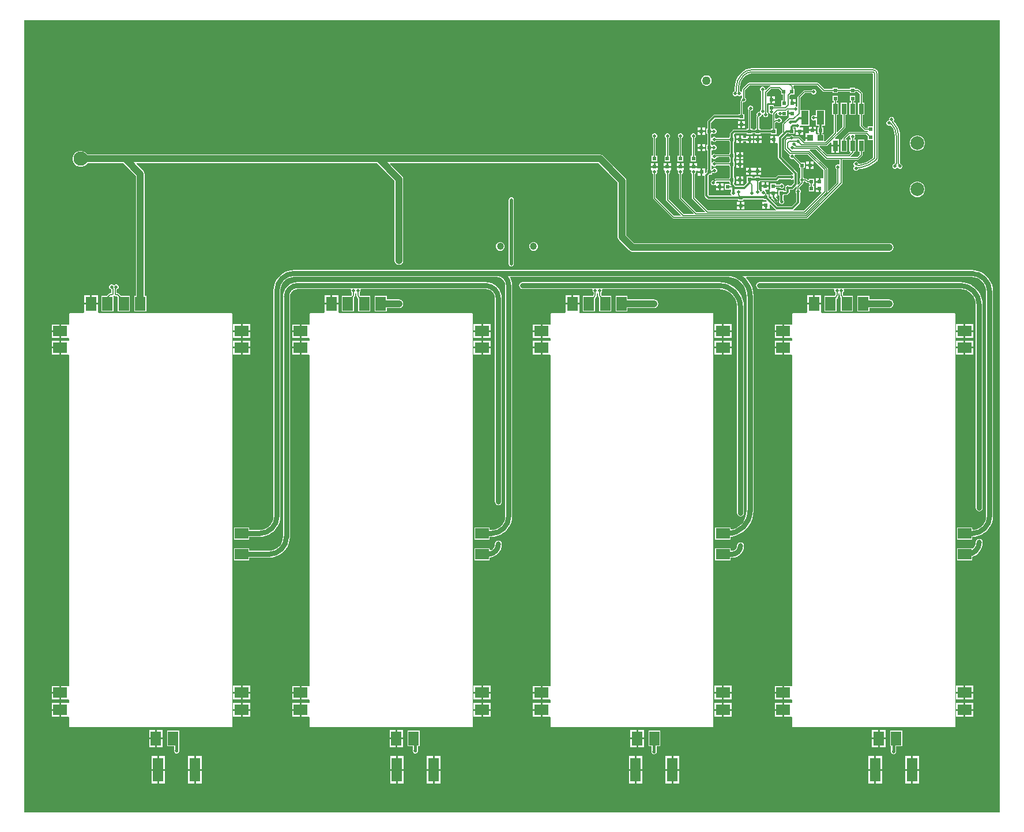
<source format=gbl>
G04*
G04 #@! TF.GenerationSoftware,Altium Limited,Altium Designer,22.11.1 (43)*
G04*
G04 Layer_Physical_Order=2*
G04 Layer_Color=16711680*
%FSLAX25Y25*%
%MOIN*%
G70*
G04*
G04 #@! TF.SameCoordinates,C5D6164D-5D78-48BC-AB56-747E864F78F7*
G04*
G04*
G04 #@! TF.FilePolarity,Positive*
G04*
G01*
G75*
%ADD11C,0.00500*%
%ADD13C,0.01968*%
%ADD15C,0.01200*%
%ADD17C,0.01000*%
%ADD41C,0.02953*%
%ADD42C,0.00829*%
%ADD43C,0.00733*%
%ADD49R,0.05906X0.13780*%
%ADD52R,0.02165X0.02165*%
%ADD53R,0.02165X0.02165*%
%ADD61C,0.03937*%
%ADD62C,0.01825*%
%ADD66C,0.04055*%
G04:AMPARAMS|DCode=67|XSize=82.68mil|YSize=82.68mil|CornerRadius=20.67mil|HoleSize=0mil|Usage=FLASHONLY|Rotation=270.000|XOffset=0mil|YOffset=0mil|HoleType=Round|Shape=RoundedRectangle|*
%AMROUNDEDRECTD67*
21,1,0.08268,0.04134,0,0,270.0*
21,1,0.04134,0.08268,0,0,270.0*
1,1,0.04134,-0.02067,-0.02067*
1,1,0.04134,-0.02067,0.02067*
1,1,0.04134,0.02067,0.02067*
1,1,0.04134,0.02067,-0.02067*
%
%ADD67ROUNDEDRECTD67*%
%ADD68C,0.08268*%
%ADD69O,0.13386X0.09921*%
%ADD70C,0.07874*%
%ADD71R,0.19685X0.19685*%
%ADD72C,0.01968*%
%ADD73C,0.05000*%
%ADD74R,0.07874X0.05906*%
%ADD75R,0.05906X0.07874*%
%ADD76R,0.04488X0.07953*%
%ADD77R,0.02559X0.06004*%
%ADD78R,0.03347X0.03347*%
G36*
X551000Y-13000D02*
X-13000D01*
Y445000D01*
X551000D01*
Y-13000D01*
D02*
G37*
%LPC*%
G36*
X475181Y417106D02*
X475180Y417105D01*
X474681Y417058D01*
X456306Y417058D01*
X407478D01*
Y417081D01*
X405827Y416919D01*
X404239Y416437D01*
X402775Y415655D01*
X401530Y414633D01*
X401492Y414602D01*
X401492Y414602D01*
X401176Y414281D01*
X401175Y414280D01*
X401175Y414280D01*
X399939Y412833D01*
X398945Y411210D01*
X398217Y409452D01*
X397772Y407601D01*
X397623Y405704D01*
X397643D01*
X397643Y405704D01*
Y403937D01*
X397642D01*
X397639Y403929D01*
X397614D01*
X397068Y403703D01*
X396651Y403286D01*
X396425Y402740D01*
Y402150D01*
X396651Y401604D01*
X397068Y401187D01*
X397614Y400961D01*
X398204D01*
X398750Y401187D01*
X399144Y401580D01*
X399537Y401187D01*
X400082Y400961D01*
X400673D01*
X401219Y401187D01*
X401518Y401486D01*
X402018Y401320D01*
Y400290D01*
X401942Y400258D01*
X401524Y399841D01*
X401299Y399295D01*
Y398705D01*
X401330Y398629D01*
X400973Y398272D01*
X400973Y398272D01*
X400857Y398099D01*
X400807Y398024D01*
Y398024D01*
X400807Y398024D01*
X400772Y397848D01*
X400749Y397731D01*
X400749Y397731D01*
X400749Y397731D01*
Y390709D01*
X399931D01*
Y390248D01*
X385909D01*
X385480Y390163D01*
X385116Y389919D01*
X385116Y389919D01*
X382123Y386927D01*
X382123Y386927D01*
X381972Y386700D01*
X381880Y386563D01*
X381795Y386134D01*
X381795Y386134D01*
Y382252D01*
X381334D01*
Y379087D01*
X381795D01*
Y372780D01*
X381334D01*
Y369614D01*
X381836D01*
Y358634D01*
X381416D01*
Y357030D01*
X380981Y356595D01*
X380481Y356803D01*
Y359134D01*
X378899D01*
Y357051D01*
Y354969D01*
X380161D01*
Y343500D01*
X380161Y343500D01*
X380246Y343071D01*
X380490Y342707D01*
X381730Y341467D01*
X381730Y341466D01*
X382094Y341223D01*
X382523Y341138D01*
X399562D01*
Y340677D01*
X402727D01*
Y341276D01*
X414103D01*
Y340953D01*
X415683D01*
X416155Y340480D01*
X415964Y340018D01*
X413603D01*
Y338435D01*
X415686D01*
Y337935D01*
X416186D01*
Y335853D01*
X417769D01*
Y338213D01*
X418231Y338405D01*
X421221Y335414D01*
X421221Y335414D01*
X421445Y335265D01*
X421293Y334765D01*
X382100D01*
X374547Y342317D01*
Y355769D01*
X374623Y355801D01*
X375041Y356218D01*
X375267Y356764D01*
Y357354D01*
X375172Y357583D01*
X375415Y358013D01*
X375865Y358117D01*
X376316Y357998D01*
Y357551D01*
X377899D01*
Y359134D01*
X376316D01*
Y359134D01*
X375865Y359254D01*
Y359700D01*
X373783D01*
X371700D01*
Y358117D01*
X372089D01*
X372408Y357617D01*
X372298Y357354D01*
Y356764D01*
X372524Y356218D01*
X372942Y355801D01*
X373018Y355769D01*
Y342000D01*
X373076Y341707D01*
X373242Y341459D01*
X380475Y334227D01*
X380283Y333765D01*
X375600D01*
X367047Y342317D01*
Y355829D01*
X367124Y355860D01*
X367541Y356278D01*
X367767Y356823D01*
Y357414D01*
X367683Y357617D01*
X368017Y358117D01*
X368379D01*
Y359700D01*
X366297D01*
X364214D01*
Y358117D01*
X364549D01*
X364883Y357617D01*
X364798Y357414D01*
Y356823D01*
X365024Y356278D01*
X365442Y355860D01*
X365518Y355829D01*
Y342000D01*
X365576Y341707D01*
X365742Y341459D01*
X373975Y333227D01*
X373783Y332765D01*
X368099D01*
X359547Y341317D01*
Y355826D01*
X359624Y355857D01*
X360041Y356275D01*
X360267Y356820D01*
Y357411D01*
X360181Y357617D01*
X360515Y358117D01*
X360789D01*
Y359700D01*
X358706D01*
X356623D01*
Y358117D01*
X357050D01*
X357384Y357617D01*
X357298Y357411D01*
Y356820D01*
X357524Y356275D01*
X357942Y355857D01*
X358018Y355826D01*
Y341000D01*
X358076Y340707D01*
X358242Y340459D01*
X366475Y332227D01*
X366283Y331765D01*
X362599D01*
X352047Y342317D01*
Y355818D01*
X352123Y355850D01*
X352541Y356267D01*
X352767Y356813D01*
Y357403D01*
X352678Y357617D01*
X353012Y358117D01*
X353379D01*
Y359700D01*
X351296D01*
X349214D01*
Y358117D01*
X349553D01*
X349887Y357617D01*
X349798Y357403D01*
Y356813D01*
X350024Y356267D01*
X350442Y355850D01*
X350518Y355818D01*
Y342000D01*
X350576Y341707D01*
X350742Y341459D01*
X361742Y330459D01*
X361990Y330293D01*
X362283Y330235D01*
X439283D01*
X439575Y330293D01*
X439823Y330459D01*
X439823Y330459D01*
X459616Y350252D01*
X459616Y350252D01*
X459782Y350500D01*
X459840Y350793D01*
X459840Y350793D01*
Y364235D01*
X468783D01*
X469075Y364294D01*
X469323Y364459D01*
X471323Y366459D01*
X471489Y366707D01*
X471548Y367000D01*
X471548Y367000D01*
Y368821D01*
X472562D01*
Y375825D01*
X469003D01*
Y368821D01*
X470018D01*
Y367317D01*
X468466Y365765D01*
X464836D01*
X464629Y366265D01*
X466324Y367959D01*
X466489Y368207D01*
X466547Y368500D01*
X466889Y368821D01*
X467562D01*
Y375825D01*
X466860D01*
X466799Y375933D01*
X466707Y376325D01*
X467041Y376659D01*
X467267Y377205D01*
Y377795D01*
X467085Y378235D01*
X467300Y378735D01*
X473666D01*
X474700Y377701D01*
Y375617D01*
X477686D01*
Y365504D01*
X477677Y365482D01*
X476475Y364456D01*
X474514Y363254D01*
X472389Y362373D01*
X470224Y361854D01*
X469942Y361832D01*
X469708Y361840D01*
X469267Y362030D01*
X469041Y362575D01*
X468623Y362993D01*
X468078Y363219D01*
X467487D01*
X466942Y362993D01*
X466525Y362575D01*
X466298Y362030D01*
Y361439D01*
X466525Y360894D01*
X466918Y360500D01*
X466525Y360107D01*
X466298Y359561D01*
Y358971D01*
X466525Y358425D01*
X466942Y358008D01*
X467487Y357782D01*
X468078D01*
X468623Y358008D01*
X469041Y358425D01*
X469152Y358693D01*
X469670Y358719D01*
X469670Y358719D01*
Y358719D01*
X469881Y358744D01*
X470147Y358793D01*
X470147Y358793D01*
X470147Y358793D01*
X471047Y358958D01*
X471125Y358989D01*
X472432Y359249D01*
X474620Y359992D01*
X476693Y361014D01*
X478614Y362298D01*
X479723Y363271D01*
X479767Y363300D01*
X479768Y363299D01*
X479796Y363319D01*
X479798Y363322D01*
X479857Y363367D01*
X480083Y363662D01*
X480083Y363663D01*
X480084Y363663D01*
X480084Y363663D01*
X480084Y363663D01*
X480311Y363959D01*
X480596Y364648D01*
X480598Y364667D01*
X480594Y364668D01*
X480617Y364758D01*
X480634Y364821D01*
X480700Y365229D01*
X480686D01*
Y414081D01*
X480686Y414081D01*
X480687Y414083D01*
X480693Y414083D01*
X480596Y414817D01*
X480311Y415506D01*
X479856Y416098D01*
X479665Y416245D01*
X479299Y416535D01*
X479299Y416535D01*
X479270Y416557D01*
X479264Y416562D01*
X478852Y416732D01*
X478851Y416733D01*
X478848Y416734D01*
X478848Y416734D01*
X478843Y416736D01*
X478343Y416943D01*
X477355Y417073D01*
Y417058D01*
X475704D01*
X475672Y417059D01*
X475208Y417103D01*
X475205Y417105D01*
X475205Y417106D01*
X475182D01*
X475181Y417106D01*
D02*
G37*
G36*
X381678Y413000D02*
X380888D01*
X380125Y412796D01*
X379441Y412401D01*
X378882Y411842D01*
X378487Y411158D01*
X378283Y410395D01*
Y409605D01*
X378487Y408842D01*
X378882Y408158D01*
X379441Y407599D01*
X380125Y407204D01*
X380888Y407000D01*
X381678D01*
X382441Y407204D01*
X383125Y407599D01*
X383683Y408158D01*
X384078Y408842D01*
X384283Y409605D01*
Y410395D01*
X384078Y411158D01*
X383683Y411842D01*
X383125Y412401D01*
X382441Y412796D01*
X381678Y413000D01*
D02*
G37*
G36*
X380399Y382752D02*
X378817D01*
Y381169D01*
X380399D01*
Y382752D01*
D02*
G37*
G36*
X377817D02*
X376234D01*
Y381169D01*
X377817D01*
Y382752D01*
D02*
G37*
G36*
X380399Y380169D02*
X378817D01*
Y378587D01*
X380399D01*
Y380169D01*
D02*
G37*
G36*
X377817D02*
X376234D01*
Y378587D01*
X377817D01*
Y380169D01*
D02*
G37*
G36*
X380399Y373280D02*
X378817D01*
Y371697D01*
X380399D01*
Y373280D01*
D02*
G37*
G36*
X377817D02*
X376234D01*
Y371697D01*
X377817D01*
Y373280D01*
D02*
G37*
G36*
X503784Y378323D02*
X502616D01*
X501488Y378021D01*
X500476Y377436D01*
X499650Y376610D01*
X499065Y375599D01*
X498763Y374470D01*
Y373302D01*
X499065Y372173D01*
X499650Y371162D01*
X500476Y370335D01*
X501488Y369751D01*
X502616Y369449D01*
X503784D01*
X504913Y369751D01*
X505925Y370335D01*
X506751Y371162D01*
X507335Y372173D01*
X507637Y373302D01*
Y374470D01*
X507335Y375599D01*
X506751Y376610D01*
X505925Y377436D01*
X504913Y378021D01*
X503784Y378323D01*
D02*
G37*
G36*
X380399Y370697D02*
X378817D01*
Y369114D01*
X380399D01*
Y370697D01*
D02*
G37*
G36*
X377817D02*
X376234D01*
Y369114D01*
X377817D01*
Y370697D01*
D02*
G37*
G36*
X374078Y379484D02*
X373487D01*
X372942Y379258D01*
X372524Y378841D01*
X372298Y378295D01*
Y377705D01*
X372524Y377159D01*
X372942Y376742D01*
X373018Y376710D01*
Y366383D01*
X372200D01*
Y363217D01*
X375365D01*
Y366383D01*
X374547D01*
Y376710D01*
X374623Y376742D01*
X375041Y377159D01*
X375267Y377705D01*
Y378295D01*
X375041Y378841D01*
X374623Y379258D01*
X374078Y379484D01*
D02*
G37*
G36*
X366564Y379498D02*
X365974D01*
X365428Y379272D01*
X365011Y378855D01*
X364785Y378309D01*
Y377719D01*
X365011Y377173D01*
X365428Y376756D01*
X365504Y376724D01*
Y366383D01*
X364714D01*
Y363217D01*
X367879D01*
Y366383D01*
X367034D01*
Y376724D01*
X367110Y376756D01*
X367527Y377173D01*
X367753Y377719D01*
Y378309D01*
X367527Y378855D01*
X367110Y379272D01*
X366564Y379498D01*
D02*
G37*
G36*
X359078Y379484D02*
X358487D01*
X357942Y379258D01*
X357524Y378841D01*
X357298Y378295D01*
Y377705D01*
X357524Y377159D01*
X357942Y376742D01*
X358018Y376710D01*
Y366383D01*
X357123D01*
Y363217D01*
X360289D01*
Y366383D01*
X359547D01*
Y376710D01*
X359624Y376742D01*
X360041Y377159D01*
X360267Y377705D01*
Y378295D01*
X360041Y378841D01*
X359624Y379258D01*
X359078Y379484D01*
D02*
G37*
G36*
X351578D02*
X350987D01*
X350442Y379258D01*
X350024Y378841D01*
X349798Y378295D01*
Y377705D01*
X350024Y377159D01*
X350442Y376742D01*
X350518Y376710D01*
Y368500D01*
X350532Y368430D01*
Y366383D01*
X349714D01*
Y363217D01*
X352879D01*
Y366383D01*
X352061D01*
Y368486D01*
X352061Y368486D01*
X352047Y368556D01*
Y376710D01*
X352123Y376742D01*
X352541Y377159D01*
X352767Y377705D01*
Y378295D01*
X352541Y378841D01*
X352123Y379258D01*
X351578Y379484D01*
D02*
G37*
G36*
X368379Y362283D02*
X366796D01*
Y360700D01*
X368379D01*
Y362283D01*
D02*
G37*
G36*
X353379D02*
X351797D01*
Y360700D01*
X353379D01*
Y362283D01*
D02*
G37*
G36*
X365796D02*
X364214D01*
Y360700D01*
X365796D01*
Y362283D01*
D02*
G37*
G36*
X350797D02*
X349214D01*
Y360700D01*
X350797D01*
Y362283D01*
D02*
G37*
G36*
X375865D02*
X374283D01*
Y360700D01*
X375865D01*
Y362283D01*
D02*
G37*
G36*
X360789D02*
X359206D01*
Y360700D01*
X360789D01*
Y362283D01*
D02*
G37*
G36*
X373283D02*
X371700D01*
Y360700D01*
X373283D01*
Y362283D01*
D02*
G37*
G36*
X358206D02*
X356623D01*
Y360700D01*
X358206D01*
Y362283D01*
D02*
G37*
G36*
X488578Y388984D02*
X487988D01*
X487442Y388758D01*
X487024Y388341D01*
X486798Y387795D01*
Y387205D01*
X486581Y386879D01*
X486487D01*
X485942Y386653D01*
X485525Y386236D01*
X485298Y385690D01*
Y385100D01*
X485525Y384554D01*
X485942Y384137D01*
X486487Y383911D01*
X487078D01*
X487624Y384137D01*
X488003Y383811D01*
X488791Y382851D01*
X489564Y381405D01*
X490040Y379836D01*
X490198Y378229D01*
X490193Y378205D01*
Y362109D01*
X489988Y361984D01*
X489442Y361758D01*
X489024Y361341D01*
X488799Y360795D01*
Y360205D01*
X489024Y359659D01*
X489442Y359242D01*
X489988Y359016D01*
X490578D01*
X491123Y359242D01*
X491358Y359476D01*
X491732Y359574D01*
X491993Y359457D01*
X492263Y359187D01*
X492809Y358961D01*
X493399D01*
X493945Y359187D01*
X494362Y359604D01*
X494588Y360150D01*
Y360740D01*
X494362Y361286D01*
X493945Y361703D01*
X493399Y361929D01*
X493193Y362054D01*
Y378209D01*
X493212D01*
X493072Y379987D01*
X492656Y381720D01*
X491973Y383368D01*
X491042Y384888D01*
X489924Y386196D01*
X489884Y386244D01*
X489759Y386368D01*
X489582Y386604D01*
X489678Y386990D01*
X489767Y387205D01*
Y387795D01*
X489541Y388341D01*
X489123Y388758D01*
X488578Y388984D01*
D02*
G37*
G36*
X377899Y356551D02*
X376316D01*
Y354969D01*
X377899D01*
Y356551D01*
D02*
G37*
G36*
X503784Y351551D02*
X502616D01*
X501488Y351249D01*
X500476Y350665D01*
X499650Y349839D01*
X499065Y348827D01*
X498763Y347698D01*
Y346530D01*
X499065Y345402D01*
X499650Y344390D01*
X500476Y343564D01*
X501488Y342980D01*
X502616Y342677D01*
X503784D01*
X504913Y342980D01*
X505925Y343564D01*
X506751Y344390D01*
X507335Y345402D01*
X507637Y346530D01*
Y347698D01*
X507335Y348827D01*
X506751Y349839D01*
X505925Y350665D01*
X504913Y351249D01*
X503784Y351551D01*
D02*
G37*
G36*
X403227Y339742D02*
X401645D01*
Y338160D01*
X403227D01*
Y339742D01*
D02*
G37*
G36*
X400644D02*
X399062D01*
Y338160D01*
X400644D01*
Y339742D01*
D02*
G37*
G36*
X415186Y337435D02*
X413603D01*
Y335853D01*
X415186D01*
Y337435D01*
D02*
G37*
G36*
X403227Y337160D02*
X401645D01*
Y335577D01*
X403227D01*
Y337160D01*
D02*
G37*
G36*
X400644D02*
X399062D01*
Y335577D01*
X400644D01*
Y337160D01*
D02*
G37*
G36*
X281853Y316697D02*
X280848D01*
X279919Y316312D01*
X279208Y315601D01*
X278823Y314672D01*
Y313667D01*
X279208Y312738D01*
X279919Y312027D01*
X280848Y311642D01*
X281853D01*
X282782Y312027D01*
X283493Y312738D01*
X283878Y313667D01*
Y314672D01*
X283493Y315601D01*
X282782Y316312D01*
X281853Y316697D01*
D02*
G37*
G36*
X262641D02*
X261635D01*
X260706Y316312D01*
X259995Y315601D01*
X259610Y314672D01*
Y313667D01*
X259995Y312738D01*
X260706Y312027D01*
X261635Y311642D01*
X262641D01*
X263569Y312027D01*
X264281Y312738D01*
X264665Y313667D01*
Y314672D01*
X264281Y315601D01*
X263569Y316312D01*
X262641Y316697D01*
D02*
G37*
G36*
X20110Y369354D02*
X18890D01*
X17711Y369039D01*
X16655Y368428D01*
X15792Y367566D01*
X15182Y366509D01*
X14866Y365331D01*
Y364110D01*
X15182Y362932D01*
X15792Y361875D01*
X16655Y361013D01*
X17711Y360402D01*
X18890Y360087D01*
X20110D01*
X21289Y360402D01*
X22345Y361013D01*
X23208Y361875D01*
X23398Y362204D01*
X44237D01*
X51483Y354958D01*
Y285437D01*
X50547D01*
Y276563D01*
X57453D01*
Y285437D01*
X56517D01*
Y356000D01*
X56325Y356963D01*
X55780Y357780D01*
X51818Y361742D01*
X52009Y362204D01*
X190737D01*
X200983Y351958D01*
Y306000D01*
X201175Y305037D01*
X201720Y304220D01*
X202537Y303675D01*
X203500Y303483D01*
X204463Y303675D01*
X205280Y304220D01*
X205825Y305037D01*
X206017Y306000D01*
Y353000D01*
X205825Y353963D01*
X205280Y354780D01*
X198318Y361742D01*
X198509Y362204D01*
X318737D01*
X329998Y350943D01*
Y319485D01*
X330189Y318522D01*
X330735Y317706D01*
X336720Y311720D01*
X337537Y311175D01*
X338500Y310983D01*
X487000D01*
X487963Y311175D01*
X488780Y311720D01*
X489325Y312537D01*
X489517Y313500D01*
X489325Y314463D01*
X488780Y315280D01*
X487963Y315825D01*
X487000Y316017D01*
X339543D01*
X335032Y320528D01*
Y351985D01*
X334840Y352948D01*
X334295Y353765D01*
X321559Y366500D01*
X320743Y367046D01*
X319779Y367237D01*
X23398D01*
X23208Y367566D01*
X22345Y368428D01*
X21289Y369039D01*
X20110Y369354D01*
D02*
G37*
G36*
X268500Y342513D02*
X268354Y342484D01*
X268205D01*
X268067Y342427D01*
X267921Y342398D01*
X267797Y342315D01*
X267659Y342258D01*
X267554Y342153D01*
X267430Y342070D01*
X267347Y341946D01*
X267242Y341841D01*
X267185Y341703D01*
X267102Y341579D01*
X267073Y341433D01*
X267016Y341295D01*
Y341146D01*
X266987Y341000D01*
Y304000D01*
X267016Y303854D01*
Y303705D01*
X267073Y303567D01*
X267102Y303421D01*
X267185Y303297D01*
X267242Y303159D01*
X267347Y303054D01*
X267430Y302930D01*
X267554Y302847D01*
X267659Y302742D01*
X267797Y302685D01*
X267921Y302602D01*
X268067Y302573D01*
X268205Y302516D01*
X268354D01*
X268500Y302487D01*
X268646Y302516D01*
X268795D01*
X268933Y302573D01*
X269079Y302602D01*
X269203Y302685D01*
X269341Y302742D01*
X269446Y302847D01*
X269570Y302930D01*
X269653Y303054D01*
X269758Y303159D01*
X269815Y303297D01*
X269898Y303421D01*
X269927Y303567D01*
X269984Y303705D01*
Y303854D01*
X270013Y304000D01*
Y341000D01*
X269984Y341146D01*
Y341295D01*
X269927Y341433D01*
X269898Y341579D01*
X269815Y341703D01*
X269758Y341841D01*
X269653Y341946D01*
X269570Y342070D01*
X269446Y342153D01*
X269341Y342258D01*
X269203Y342315D01*
X269079Y342398D01*
X268933Y342427D01*
X268795Y342484D01*
X268646D01*
X268500Y342513D01*
D02*
G37*
G36*
X393500Y300523D02*
Y300515D01*
X260048D01*
X260000Y300520D01*
Y300515D01*
X143000D01*
X142986Y300512D01*
X141121Y300365D01*
X139288Y299925D01*
X137546Y299204D01*
X135939Y298219D01*
X134505Y296995D01*
X133281Y295561D01*
X132296Y293954D01*
X131575Y292212D01*
X131134Y290379D01*
X130988Y288514D01*
X130985Y288500D01*
Y158147D01*
X131003Y158056D01*
X130858Y156584D01*
X130402Y155081D01*
X129662Y153696D01*
X128665Y152482D01*
X127451Y151486D01*
X126066Y150745D01*
X124563Y150289D01*
X123092Y150144D01*
X123000Y150162D01*
X117013D01*
Y151600D01*
X108139D01*
Y144695D01*
X117013D01*
Y146132D01*
X123000D01*
X123014Y146135D01*
X124879Y146282D01*
X126712Y146722D01*
X128454Y147443D01*
X130061Y148428D01*
X131495Y149653D01*
X132719Y151086D01*
X133704Y152693D01*
X134425Y154435D01*
X134865Y156268D01*
X135012Y158133D01*
X135015Y158147D01*
Y288500D01*
X134997Y288592D01*
X135142Y290063D01*
X135598Y291566D01*
X136338Y292951D01*
X137335Y294165D01*
X138549Y295162D01*
X139934Y295902D01*
X141437Y296358D01*
X142908Y296503D01*
X143000Y296485D01*
X260240D01*
X261298Y296346D01*
X262508Y295845D01*
X263547Y295047D01*
X264345Y294008D01*
X264846Y292798D01*
X265004Y291596D01*
X264985Y291500D01*
Y158147D01*
X265003Y158056D01*
X264858Y156584D01*
X264402Y155081D01*
X263662Y153696D01*
X262666Y152482D01*
X261451Y151486D01*
X260066Y150745D01*
X258563Y150289D01*
X257092Y150144D01*
X257000Y150162D01*
X256013D01*
Y151600D01*
X247139D01*
Y144695D01*
X256013D01*
Y146132D01*
X257000D01*
X257014Y146135D01*
X258879Y146282D01*
X260712Y146722D01*
X262454Y147443D01*
X264061Y148428D01*
X265495Y149653D01*
X266719Y151086D01*
X267704Y152693D01*
X268425Y154435D01*
X268865Y156268D01*
X269012Y158133D01*
X269015Y158147D01*
Y291500D01*
X269020D01*
X268847Y293260D01*
X268333Y294952D01*
X267743Y296056D01*
X268000Y296485D01*
X393788D01*
X395222Y296372D01*
X396901Y295969D01*
X398497Y295308D01*
X399970Y294405D01*
X401284Y293284D01*
X402405Y291970D01*
X403308Y290497D01*
X403969Y288901D01*
X404372Y287222D01*
X404501Y285582D01*
X404485Y285500D01*
Y161147D01*
X404501Y161066D01*
X404372Y159425D01*
X403969Y157746D01*
X403308Y156150D01*
X402405Y154677D01*
X401284Y153364D01*
X399970Y152242D01*
X398497Y151340D01*
X396901Y150679D01*
X395663Y150381D01*
X395270Y150691D01*
Y151600D01*
X386396D01*
Y144695D01*
X395270D01*
Y146264D01*
X395850Y146310D01*
X398142Y146860D01*
X400320Y147762D01*
X402330Y148994D01*
X404123Y150525D01*
X405654Y152317D01*
X406885Y154327D01*
X407787Y156505D01*
X408338Y158797D01*
X408523Y161147D01*
X408515D01*
Y285500D01*
X408523D01*
X408338Y287850D01*
X407787Y290142D01*
X406885Y292320D01*
X405654Y294330D01*
X404240Y295985D01*
X404429Y296485D01*
X534500D01*
X534600Y296505D01*
X536161Y296351D01*
X537758Y295866D01*
X539230Y295080D01*
X540521Y294021D01*
X541580Y292730D01*
X542367Y291258D01*
X542851Y289661D01*
X543005Y288100D01*
X542985Y288000D01*
Y158147D01*
X543003Y158056D01*
X542858Y156584D01*
X542402Y155081D01*
X541662Y153696D01*
X540665Y152482D01*
X539451Y151486D01*
X538066Y150745D01*
X536563Y150289D01*
X535501Y150185D01*
X535001Y150620D01*
Y151600D01*
X526127D01*
Y144695D01*
X535001D01*
Y146133D01*
X535014Y146135D01*
X536879Y146282D01*
X538712Y146722D01*
X540454Y147443D01*
X542061Y148428D01*
X543495Y149653D01*
X544719Y151086D01*
X545704Y152693D01*
X546425Y154435D01*
X546866Y156268D01*
X547012Y158133D01*
X547015Y158147D01*
Y288000D01*
X547015Y288001D01*
X546861Y289958D01*
X546402Y291867D01*
X545651Y293682D01*
X544625Y295356D01*
X543349Y296849D01*
X541856Y298125D01*
X540182Y299151D01*
X538367Y299902D01*
X536458Y300361D01*
X534501Y300515D01*
X534500Y300515D01*
X393596D01*
X393500Y300523D01*
D02*
G37*
G36*
X253500Y293522D02*
Y293515D01*
X145000D01*
Y293517D01*
X143338Y293354D01*
X141741Y292869D01*
X140268Y292082D01*
X138977Y291023D01*
X137918Y289732D01*
X137131Y288260D01*
X136646Y286662D01*
X136483Y285000D01*
X136485D01*
Y146147D01*
X136503Y146056D01*
X136358Y144584D01*
X135902Y143081D01*
X135162Y141696D01*
X134166Y140482D01*
X132951Y139486D01*
X131566Y138745D01*
X130063Y138289D01*
X128592Y138144D01*
X128500Y138163D01*
X117013D01*
Y139600D01*
X108139D01*
Y132695D01*
X117013D01*
Y134132D01*
X128500D01*
X128514Y134135D01*
X130379Y134282D01*
X132212Y134722D01*
X133954Y135443D01*
X135561Y136428D01*
X136995Y137653D01*
X138219Y139086D01*
X139204Y140693D01*
X139925Y142435D01*
X140366Y144268D01*
X140512Y146133D01*
X140515Y146147D01*
Y285000D01*
X140499Y285083D01*
X140641Y286168D01*
X141092Y287256D01*
X141809Y288191D01*
X142744Y288908D01*
X143832Y289358D01*
X144917Y289501D01*
X145000Y289485D01*
X175560D01*
X175894Y288985D01*
X175832Y288835D01*
Y288244D01*
X176058Y287699D01*
X176362Y287395D01*
X176346Y286545D01*
X176310Y286086D01*
X176304Y286081D01*
X176294Y286057D01*
X176171Y285607D01*
X176100Y285437D01*
X170571D01*
Y276563D01*
X177477D01*
Y284057D01*
X177665Y284303D01*
X177993Y285096D01*
X178053Y285239D01*
X178053Y285239D01*
X178115Y285391D01*
X178139Y285565D01*
X178211Y286021D01*
X178201Y286021D01*
X178204Y286167D01*
X178221Y287067D01*
X178499Y287230D01*
X178874Y287013D01*
X178886Y286173D01*
X178888Y286009D01*
X178885Y286005D01*
X178878Y286005D01*
X178911Y285753D01*
X178913Y285743D01*
X178913Y285743D01*
X178956Y285531D01*
X178983Y285328D01*
X179088Y285073D01*
X179425Y284260D01*
X180059Y283434D01*
Y276563D01*
X186965D01*
Y285437D01*
X180933D01*
X180895Y285494D01*
X180879Y285573D01*
X180795Y286040D01*
X180787Y286059D01*
X180746Y286544D01*
X180734Y287390D01*
X181043Y287699D01*
X181269Y288244D01*
Y288835D01*
X181206Y288985D01*
X181541Y289485D01*
X253500D01*
X253609Y289507D01*
X254929Y289333D01*
X256260Y288781D01*
X257404Y287904D01*
X258281Y286760D01*
X258833Y285429D01*
X259007Y284109D01*
X258985Y284000D01*
Y166500D01*
X259138Y165729D01*
X259575Y165075D01*
X260229Y164638D01*
X261000Y164485D01*
X261771Y164638D01*
X262425Y165075D01*
X262862Y165729D01*
X263015Y166500D01*
Y284000D01*
X263022D01*
X262839Y285858D01*
X262297Y287644D01*
X261417Y289290D01*
X260233Y290733D01*
X258790Y291917D01*
X257144Y292797D01*
X255358Y293339D01*
X253500Y293522D01*
D02*
G37*
G36*
X40279Y292127D02*
X39689D01*
X39143Y291901D01*
X38750Y291508D01*
X38357Y291901D01*
X37811Y292127D01*
X37220D01*
X36675Y291901D01*
X36257Y291484D01*
X36031Y290938D01*
Y290348D01*
X36257Y289802D01*
X36675Y289385D01*
X37153Y289187D01*
Y287081D01*
X36538D01*
X36181Y287010D01*
X35879Y286807D01*
X34508Y285437D01*
X31571D01*
Y276563D01*
X38476D01*
Y285437D01*
X38477Y285437D01*
X38477Y285437D01*
X38912Y285606D01*
X39084Y285646D01*
X39241Y285489D01*
X39544Y285286D01*
X39900Y285215D01*
X40576D01*
X41059Y284732D01*
Y276563D01*
X47965D01*
Y285437D01*
X42992D01*
X41621Y286807D01*
X41319Y287010D01*
X40962Y287081D01*
X40347D01*
Y289187D01*
X40825Y289385D01*
X41243Y289802D01*
X41469Y290348D01*
Y290938D01*
X41243Y291484D01*
X40825Y291901D01*
X40279Y292127D01*
D02*
G37*
G36*
X307746Y285937D02*
X304293D01*
Y281500D01*
X307746D01*
Y285937D01*
D02*
G37*
G36*
X303293D02*
X299840D01*
Y281500D01*
X303293D01*
Y285937D01*
D02*
G37*
G36*
X168488D02*
X165036D01*
Y281500D01*
X168488D01*
Y285937D01*
D02*
G37*
G36*
X29489D02*
X26036D01*
Y281500D01*
X29489D01*
Y285937D01*
D02*
G37*
G36*
X164036D02*
X160583D01*
Y281500D01*
X164036D01*
Y285937D01*
D02*
G37*
G36*
X25036D02*
X21583D01*
Y281500D01*
X25036D01*
Y285937D01*
D02*
G37*
G36*
X447477D02*
X444024D01*
Y281500D01*
X447477D01*
Y285937D01*
D02*
G37*
G36*
X443024D02*
X439571D01*
Y281500D01*
X443024D01*
Y285937D01*
D02*
G37*
G36*
X475441Y285437D02*
X468535D01*
Y276563D01*
X475441D01*
Y278483D01*
X487000D01*
X487963Y278675D01*
X488780Y279220D01*
X489325Y280037D01*
X489517Y281000D01*
X489325Y281963D01*
X488780Y282780D01*
X487963Y283325D01*
X487000Y283517D01*
X475441D01*
Y285437D01*
D02*
G37*
G36*
X335710D02*
X328804D01*
Y276563D01*
X335710D01*
Y278483D01*
X351000D01*
X351963Y278675D01*
X352780Y279220D01*
X353325Y280037D01*
X353517Y281000D01*
X353325Y281963D01*
X352780Y282780D01*
X351963Y283325D01*
X351000Y283517D01*
X335710D01*
Y285437D01*
D02*
G37*
G36*
X196453D02*
X189547D01*
Y276563D01*
X196453D01*
Y278483D01*
X203500D01*
X204463Y278675D01*
X205280Y279220D01*
X205825Y280037D01*
X206017Y281000D01*
X205825Y281963D01*
X205280Y282780D01*
X204463Y283325D01*
X203500Y283517D01*
X196453D01*
Y285437D01*
D02*
G37*
G36*
X535501Y269048D02*
X531064D01*
Y265595D01*
X535501D01*
Y269048D01*
D02*
G37*
G36*
X395770D02*
X391333D01*
Y265595D01*
X395770D01*
Y269048D01*
D02*
G37*
G36*
X256513D02*
X252076D01*
Y265595D01*
X256513D01*
Y269048D01*
D02*
G37*
G36*
X117513D02*
X113076D01*
Y265595D01*
X117513D01*
Y269048D01*
D02*
G37*
G36*
X251076D02*
X246639D01*
Y265595D01*
X251076D01*
Y269048D01*
D02*
G37*
G36*
X112076D02*
X107639D01*
Y265595D01*
X112076D01*
Y269048D01*
D02*
G37*
G36*
X530064D02*
X525627D01*
Y265595D01*
X530064D01*
Y269048D01*
D02*
G37*
G36*
X390333D02*
X385896D01*
Y265595D01*
X390333D01*
Y269048D01*
D02*
G37*
G36*
X285481Y269024D02*
X281044D01*
Y265571D01*
X285481D01*
Y269024D01*
D02*
G37*
G36*
X146224D02*
X141787D01*
Y265571D01*
X146224D01*
Y269024D01*
D02*
G37*
G36*
X7224D02*
X2787D01*
Y265571D01*
X7224D01*
Y269024D01*
D02*
G37*
G36*
X425212D02*
X420775D01*
Y265571D01*
X425212D01*
Y269024D01*
D02*
G37*
G36*
X535501Y264595D02*
X531064D01*
Y261142D01*
X535501D01*
Y264595D01*
D02*
G37*
G36*
X530064D02*
X525627D01*
Y261142D01*
X530064D01*
Y264595D01*
D02*
G37*
G36*
X395770D02*
X391333D01*
Y261142D01*
X395770D01*
Y264595D01*
D02*
G37*
G36*
X390333D02*
X385896D01*
Y261142D01*
X390333D01*
Y264595D01*
D02*
G37*
G36*
X256513D02*
X252076D01*
Y261142D01*
X256513D01*
Y264595D01*
D02*
G37*
G36*
X251076D02*
X246639D01*
Y261142D01*
X251076D01*
Y264595D01*
D02*
G37*
G36*
X117513D02*
X113076D01*
Y261142D01*
X117513D01*
Y264595D01*
D02*
G37*
G36*
X112076D02*
X107639D01*
Y261142D01*
X112076D01*
Y264595D01*
D02*
G37*
G36*
X285481Y264571D02*
X281044D01*
Y261118D01*
X285481D01*
Y264571D01*
D02*
G37*
G36*
X146224D02*
X141787D01*
Y261118D01*
X146224D01*
Y264571D01*
D02*
G37*
G36*
X7224D02*
X2787D01*
Y261118D01*
X7224D01*
Y264571D01*
D02*
G37*
G36*
X425212D02*
X420775D01*
Y261118D01*
X425212D01*
Y264571D01*
D02*
G37*
G36*
X535501Y259560D02*
X531064D01*
Y256107D01*
X535501D01*
Y259560D01*
D02*
G37*
G36*
X395770D02*
X391333D01*
Y256107D01*
X395770D01*
Y259560D01*
D02*
G37*
G36*
X256513D02*
X252076D01*
Y256107D01*
X256513D01*
Y259560D01*
D02*
G37*
G36*
X117513D02*
X113076D01*
Y256107D01*
X117513D01*
Y259560D01*
D02*
G37*
G36*
X251076D02*
X246639D01*
Y256107D01*
X251076D01*
Y259560D01*
D02*
G37*
G36*
X112076D02*
X107639D01*
Y256107D01*
X112076D01*
Y259560D01*
D02*
G37*
G36*
X530064D02*
X525627D01*
Y256107D01*
X530064D01*
Y259560D01*
D02*
G37*
G36*
X390333D02*
X385896D01*
Y256107D01*
X390333D01*
Y259560D01*
D02*
G37*
G36*
X285481Y259536D02*
X281044D01*
Y256083D01*
X285481D01*
Y259536D01*
D02*
G37*
G36*
X146224D02*
X141787D01*
Y256083D01*
X146224D01*
Y259536D01*
D02*
G37*
G36*
X7224D02*
X2787D01*
Y256083D01*
X7224D01*
Y259536D01*
D02*
G37*
G36*
X425212D02*
X420775D01*
Y256083D01*
X425212D01*
Y259536D01*
D02*
G37*
G36*
X535501Y255107D02*
X531064D01*
Y251654D01*
X535501D01*
Y255107D01*
D02*
G37*
G36*
X530064D02*
X525627D01*
Y251654D01*
X530064D01*
Y255107D01*
D02*
G37*
G36*
X395770D02*
X391333D01*
Y251654D01*
X395770D01*
Y255107D01*
D02*
G37*
G36*
X390333D02*
X385896D01*
Y251654D01*
X390333D01*
Y255107D01*
D02*
G37*
G36*
X256513D02*
X252076D01*
Y251654D01*
X256513D01*
Y255107D01*
D02*
G37*
G36*
X251076D02*
X246639D01*
Y251654D01*
X251076D01*
Y255107D01*
D02*
G37*
G36*
X117513D02*
X113076D01*
Y251654D01*
X117513D01*
Y255107D01*
D02*
G37*
G36*
X112076D02*
X107639D01*
Y251654D01*
X112076D01*
Y255107D01*
D02*
G37*
G36*
X285481Y255083D02*
X281044D01*
Y251630D01*
X285481D01*
Y255083D01*
D02*
G37*
G36*
X146224D02*
X141787D01*
Y251630D01*
X146224D01*
Y255083D01*
D02*
G37*
G36*
X7224D02*
X2787D01*
Y251630D01*
X7224D01*
Y255083D01*
D02*
G37*
G36*
X425212D02*
X420775D01*
Y251630D01*
X425212D01*
Y255083D01*
D02*
G37*
G36*
X528000Y293516D02*
Y293515D01*
X412000D01*
X411229Y293362D01*
X410575Y292925D01*
X410138Y292271D01*
X409985Y291500D01*
X410138Y290729D01*
X410575Y290075D01*
X411229Y289638D01*
X412000Y289485D01*
X455064D01*
X455399Y288985D01*
X455336Y288835D01*
Y288244D01*
X455562Y287699D01*
X455867Y287394D01*
X455851Y286542D01*
X455815Y286082D01*
X455810Y286078D01*
X455800Y286055D01*
X455678Y285604D01*
X455608Y285437D01*
X449559D01*
Y276563D01*
X456465D01*
Y283378D01*
X457171Y284298D01*
X457561Y285241D01*
X457620Y285383D01*
X457642Y285546D01*
X457642Y285548D01*
X457717Y286019D01*
D01*
X457716Y286515D01*
X457726Y287061D01*
X458015Y287230D01*
X458379Y287019D01*
X458392Y286172D01*
X458394Y286011D01*
X458392Y286009D01*
X458384Y286009D01*
X458418Y285747D01*
X458420Y285739D01*
X458420Y285739D01*
X458461Y285535D01*
X458488Y285335D01*
X458594Y285078D01*
X458931Y284265D01*
X459047Y284113D01*
Y276563D01*
X465953D01*
Y285437D01*
X460442D01*
X460400Y285501D01*
X460385Y285575D01*
X460301Y286042D01*
X460293Y286062D01*
X460251Y286546D01*
X460239Y287390D01*
X460547Y287699D01*
X460773Y288244D01*
Y288835D01*
X460711Y288985D01*
X461045Y289485D01*
X528000D01*
X528108Y289506D01*
X529759Y289344D01*
X531451Y288831D01*
X533010Y287997D01*
X534376Y286876D01*
X535497Y285510D01*
X536331Y283951D01*
X536844Y282259D01*
X537006Y280608D01*
X536985Y280500D01*
Y163000D01*
X537138Y162229D01*
X537575Y161575D01*
X538229Y161138D01*
X539000Y160985D01*
X539771Y161138D01*
X540425Y161575D01*
X540862Y162229D01*
X541015Y163000D01*
Y280500D01*
X541016D01*
X540856Y282536D01*
X540379Y284522D01*
X539598Y286409D01*
X538531Y288151D01*
X537204Y289704D01*
X535651Y291031D01*
X533909Y292098D01*
X532022Y292879D01*
X530036Y293356D01*
X528000Y293516D01*
D02*
G37*
G36*
X388500Y293521D02*
Y293515D01*
X275000D01*
X274229Y293362D01*
X273575Y292925D01*
X273138Y292271D01*
X272985Y291500D01*
X273138Y290729D01*
X273575Y290075D01*
X274229Y289638D01*
X275000Y289485D01*
X315274D01*
X315609Y288985D01*
X315546Y288835D01*
Y288244D01*
X315772Y287699D01*
X316079Y287392D01*
X316065Y286553D01*
X316024Y286071D01*
X316014Y286049D01*
X315930Y285582D01*
X315918Y285520D01*
X315862Y285437D01*
X309828D01*
Y276563D01*
X316734D01*
Y283433D01*
X317385Y284281D01*
X317784Y285246D01*
X317831Y285359D01*
X317855Y285543D01*
X317887Y285769D01*
X317932Y286017D01*
X317930Y286517D01*
X317938Y287039D01*
X318267Y287231D01*
X318591Y287041D01*
X318600Y286514D01*
X318599Y286173D01*
X318598Y286014D01*
X318598Y286013D01*
X318636Y285733D01*
X318636Y285732D01*
X318636Y285730D01*
X318636Y285730D01*
X318675Y285539D01*
X318698Y285359D01*
X318812Y285085D01*
X319145Y284281D01*
X319316Y284058D01*
Y276563D01*
X326222D01*
Y285437D01*
X320667D01*
X320612Y285520D01*
X320600Y285579D01*
X320516Y286046D01*
X320516Y286046D01*
X320474Y286452D01*
X320465Y286550D01*
X320451Y287392D01*
X320757Y287699D01*
X320983Y288244D01*
Y288835D01*
X320921Y288985D01*
X321255Y289485D01*
X388500D01*
X388576Y289500D01*
X390143Y289377D01*
X391746Y288992D01*
X393270Y288361D01*
X394675Y287499D01*
X395929Y286429D01*
X397000Y285175D01*
X397861Y283770D01*
X398492Y282246D01*
X398877Y280644D01*
X399000Y279076D01*
X398985Y279000D01*
Y160000D01*
X399138Y159229D01*
X399575Y158575D01*
X400229Y158138D01*
X401000Y157985D01*
X401771Y158138D01*
X402425Y158575D01*
X402862Y159229D01*
X403015Y160000D01*
Y279000D01*
X403021D01*
X402842Y281272D01*
X402310Y283487D01*
X401438Y285593D01*
X400248Y287535D01*
X398768Y289268D01*
X397035Y290748D01*
X395093Y291938D01*
X392987Y292810D01*
X390772Y293342D01*
X388500Y293521D01*
D02*
G37*
G36*
X539000Y145015D02*
X538229Y144862D01*
X537575Y144425D01*
X537138Y143771D01*
X536985Y143000D01*
X536985D01*
X537011Y142970D01*
X536849Y141740D01*
X536363Y140566D01*
X535590Y139558D01*
X535393Y139407D01*
X535001Y139600D01*
Y139600D01*
X526127D01*
Y132695D01*
X535001D01*
Y134639D01*
X535542Y134804D01*
X537076Y135623D01*
X538421Y136727D01*
X539524Y138071D01*
X540344Y139605D01*
X540849Y141269D01*
X541019Y143000D01*
X541015D01*
X540862Y143771D01*
X540425Y144425D01*
X539771Y144862D01*
X539000Y145015D01*
D02*
G37*
G36*
X261000Y144015D02*
X260229Y143862D01*
X259575Y143425D01*
X259138Y142771D01*
X258985Y142000D01*
X258985D01*
X259004Y141978D01*
X258875Y141001D01*
X258490Y140070D01*
X257876Y139271D01*
X257077Y138658D01*
X256513Y138424D01*
X256013Y138758D01*
Y139600D01*
X247139D01*
Y132695D01*
X256013D01*
Y134218D01*
X256682Y134284D01*
X258158Y134732D01*
X259518Y135459D01*
X260710Y136437D01*
X261688Y137629D01*
X262415Y138989D01*
X262863Y140465D01*
X263014Y142000D01*
X263015D01*
X262862Y142771D01*
X262425Y143425D01*
X261771Y143862D01*
X261000Y144015D01*
D02*
G37*
G36*
X401000Y143015D02*
X400229Y142862D01*
X399575Y142425D01*
X399138Y141771D01*
X398985Y141000D01*
X398985D01*
X398996Y140987D01*
X398901Y140262D01*
X398616Y139575D01*
X398163Y138984D01*
X397573Y138531D01*
X396885Y138247D01*
X396187Y138155D01*
X396147Y138163D01*
X395270D01*
Y139600D01*
X386396D01*
Y132695D01*
X395270D01*
Y134132D01*
X396147D01*
X396204Y134143D01*
X397486Y134270D01*
X398773Y134660D01*
X399960Y135294D01*
X401000Y136148D01*
X401853Y137188D01*
X402487Y138374D01*
X402878Y139661D01*
X403009Y141000D01*
X403015D01*
X402862Y141771D01*
X402425Y142425D01*
X401771Y142862D01*
X401000Y143015D01*
D02*
G37*
G36*
X395770Y60100D02*
X391333D01*
Y56647D01*
X395770D01*
Y60100D01*
D02*
G37*
G36*
X535501D02*
X531064D01*
Y56647D01*
X535501D01*
Y60100D01*
D02*
G37*
G36*
X256513D02*
X252076D01*
Y56647D01*
X256513D01*
Y60100D01*
D02*
G37*
G36*
X117513D02*
X113076D01*
Y56647D01*
X117513D01*
Y60100D01*
D02*
G37*
G36*
X251076D02*
X246639D01*
Y56647D01*
X251076D01*
Y60100D01*
D02*
G37*
G36*
X112076D02*
X107639D01*
Y56647D01*
X112076D01*
Y60100D01*
D02*
G37*
G36*
X530064D02*
X525627D01*
Y56647D01*
X530064D01*
Y60100D01*
D02*
G37*
G36*
X390333D02*
X385896D01*
Y56647D01*
X390333D01*
Y60100D01*
D02*
G37*
G36*
X285481Y60024D02*
X281044D01*
Y56571D01*
X285481D01*
Y60024D01*
D02*
G37*
G36*
X7224D02*
X2787D01*
Y56571D01*
X7224D01*
Y60024D01*
D02*
G37*
G36*
X146224D02*
X141787D01*
Y56571D01*
X146224D01*
Y60024D01*
D02*
G37*
G36*
X425212D02*
X420775D01*
Y56571D01*
X425212D01*
Y60024D01*
D02*
G37*
G36*
X535501Y55647D02*
X531064D01*
Y52195D01*
X535501D01*
Y55647D01*
D02*
G37*
G36*
X530064D02*
X525627D01*
Y52195D01*
X530064D01*
Y55647D01*
D02*
G37*
G36*
X395770D02*
X391333D01*
Y52195D01*
X395770D01*
Y55647D01*
D02*
G37*
G36*
X390333D02*
X385896D01*
Y52195D01*
X390333D01*
Y55647D01*
D02*
G37*
G36*
X256513D02*
X252076D01*
Y52195D01*
X256513D01*
Y55647D01*
D02*
G37*
G36*
X251076D02*
X246639D01*
Y52195D01*
X251076D01*
Y55647D01*
D02*
G37*
G36*
X117513D02*
X113076D01*
Y52195D01*
X117513D01*
Y55647D01*
D02*
G37*
G36*
X112076D02*
X107639D01*
Y52195D01*
X112076D01*
Y55647D01*
D02*
G37*
G36*
X285481Y55571D02*
X281044D01*
Y52118D01*
X285481D01*
Y55571D01*
D02*
G37*
G36*
X146224D02*
X141787D01*
Y52118D01*
X146224D01*
Y55571D01*
D02*
G37*
G36*
X7224D02*
X2787D01*
Y52118D01*
X7224D01*
Y55571D01*
D02*
G37*
G36*
X425212D02*
X420775D01*
Y52118D01*
X425212D01*
Y55571D01*
D02*
G37*
G36*
X395770Y50100D02*
X391333D01*
Y46647D01*
X395770D01*
Y50100D01*
D02*
G37*
G36*
X535501D02*
X531064D01*
Y46647D01*
X535501D01*
Y50100D01*
D02*
G37*
G36*
X256513D02*
X252076D01*
Y46647D01*
X256513D01*
Y50100D01*
D02*
G37*
G36*
X117513D02*
X113076D01*
Y46647D01*
X117513D01*
Y50100D01*
D02*
G37*
G36*
X285481D02*
X281044D01*
Y46647D01*
X285481D01*
Y50100D01*
D02*
G37*
G36*
X251076D02*
X246639D01*
Y46647D01*
X251076D01*
Y50100D01*
D02*
G37*
G36*
X7224D02*
X2787D01*
Y46647D01*
X7224D01*
Y50100D01*
D02*
G37*
G36*
X146224D02*
X141787D01*
Y46647D01*
X146224D01*
Y50100D01*
D02*
G37*
G36*
X112076D02*
X107639D01*
Y46647D01*
X112076D01*
Y50100D01*
D02*
G37*
G36*
X530064D02*
X525627D01*
Y46647D01*
X530064D01*
Y50100D01*
D02*
G37*
G36*
X425212D02*
X420775D01*
Y46647D01*
X425212D01*
Y50100D01*
D02*
G37*
G36*
X390333D02*
X385896D01*
Y46647D01*
X390333D01*
Y50100D01*
D02*
G37*
G36*
X535501Y45647D02*
X531064D01*
Y42195D01*
X535501D01*
Y45647D01*
D02*
G37*
G36*
X530064D02*
X525627D01*
Y42195D01*
X530064D01*
Y45647D01*
D02*
G37*
G36*
X395770D02*
X391333D01*
Y42195D01*
X395770D01*
Y45647D01*
D02*
G37*
G36*
X390333D02*
X385896D01*
Y42195D01*
X390333D01*
Y45647D01*
D02*
G37*
G36*
X256513D02*
X252076D01*
Y42195D01*
X256513D01*
Y45647D01*
D02*
G37*
G36*
X251076D02*
X246639D01*
Y42195D01*
X251076D01*
Y45647D01*
D02*
G37*
G36*
X117513D02*
X113076D01*
Y42195D01*
X117513D01*
Y45647D01*
D02*
G37*
G36*
X112076D02*
X107639D01*
Y42195D01*
X112076D01*
Y45647D01*
D02*
G37*
G36*
X285481D02*
X281044D01*
Y42195D01*
X285481D01*
Y45647D01*
D02*
G37*
G36*
X146224D02*
X141787D01*
Y42195D01*
X146224D01*
Y45647D01*
D02*
G37*
G36*
X7224D02*
X2787D01*
Y42195D01*
X7224D01*
Y45647D01*
D02*
G37*
G36*
X425212D02*
X420775D01*
Y42195D01*
X425212D01*
Y45647D01*
D02*
G37*
G36*
X447477Y280500D02*
X443524D01*
X439571D01*
Y276189D01*
X439571Y276063D01*
X439268Y275689D01*
X431564D01*
X431182Y275530D01*
X431023Y275147D01*
Y269327D01*
X430649Y269024D01*
X430523Y269024D01*
X426212D01*
Y265071D01*
Y261118D01*
X430523D01*
X430649Y261118D01*
X431023Y260815D01*
Y259839D01*
X430649Y259536D01*
X430523Y259536D01*
X426212D01*
Y255583D01*
Y251630D01*
X430523D01*
X430649Y251630D01*
X431023Y251327D01*
Y60327D01*
X430649Y60024D01*
X430523Y60024D01*
X426212D01*
Y56071D01*
Y52118D01*
X430523D01*
X430649Y52118D01*
X431023Y51815D01*
Y50403D01*
X430649Y50100D01*
X430523Y50100D01*
X426212D01*
Y46147D01*
Y42195D01*
X430523D01*
X430649Y42195D01*
X431023Y41891D01*
Y36647D01*
X431182Y36265D01*
X431564Y36106D01*
X524564D01*
X524947Y36265D01*
X525105Y36647D01*
Y275147D01*
X524947Y275530D01*
X524564Y275689D01*
X447780D01*
X447477Y276063D01*
X447477Y276189D01*
Y280500D01*
D02*
G37*
G36*
X307746Y280500D02*
X303793D01*
X299840D01*
Y276189D01*
X299840Y276063D01*
X299537Y275689D01*
X291833D01*
X291451Y275530D01*
X291292Y275147D01*
Y269327D01*
X290918Y269024D01*
X290792Y269024D01*
X286481D01*
Y265071D01*
Y261118D01*
X290792D01*
X290918Y261118D01*
X291292Y260815D01*
Y259839D01*
X290918Y259536D01*
X290792Y259536D01*
X286481D01*
Y255583D01*
Y251630D01*
X290792D01*
X290918Y251630D01*
X291292Y251327D01*
Y60327D01*
X290918Y60024D01*
X290792Y60024D01*
X286481D01*
Y56071D01*
Y52118D01*
X290792D01*
X290918Y52118D01*
X291292Y51815D01*
Y50403D01*
X290918Y50100D01*
X290792Y50100D01*
X286481D01*
Y46147D01*
Y42195D01*
X290792D01*
X290918Y42195D01*
X291292Y41891D01*
Y36647D01*
X291451Y36265D01*
X291833Y36106D01*
X384833D01*
X385216Y36265D01*
X385374Y36647D01*
Y275147D01*
X385216Y275530D01*
X384833Y275689D01*
X308049D01*
X307746Y276063D01*
X307746Y276189D01*
Y280500D01*
D02*
G37*
G36*
X168488Y280500D02*
X164536D01*
X160583D01*
Y276189D01*
X160583Y276063D01*
X160280Y275689D01*
X152576D01*
X152193Y275530D01*
X152035Y275147D01*
Y269327D01*
X151661Y269024D01*
X151535Y269024D01*
X147224D01*
Y265071D01*
Y261118D01*
X151535D01*
X151661Y261118D01*
X152035Y260815D01*
Y259839D01*
X151661Y259536D01*
X151535Y259536D01*
X147224D01*
Y255583D01*
Y251630D01*
X151535D01*
X151661Y251630D01*
X152035Y251327D01*
Y60327D01*
X151661Y60024D01*
X151535Y60024D01*
X147224D01*
Y56071D01*
Y52118D01*
X151535D01*
X151661Y52118D01*
X152035Y51815D01*
Y50403D01*
X151661Y50100D01*
X151535Y50100D01*
X147224D01*
Y46147D01*
Y42195D01*
X151535D01*
X151661Y42195D01*
X152035Y41891D01*
Y36647D01*
X152193Y36265D01*
X152576Y36106D01*
X245576D01*
X245959Y36265D01*
X246117Y36647D01*
Y275147D01*
X245959Y275530D01*
X245576Y275689D01*
X168792D01*
X168489Y276063D01*
X168488Y276189D01*
Y280500D01*
D02*
G37*
G36*
X29489D02*
X25536D01*
X21583D01*
Y276189D01*
X21583Y276063D01*
X21280Y275689D01*
X13576D01*
X13194Y275530D01*
X13035Y275147D01*
Y269327D01*
X12661Y269024D01*
X12535Y269024D01*
X8224D01*
Y265071D01*
Y261118D01*
X12535D01*
X12661Y261118D01*
X13035Y260815D01*
Y259839D01*
X12661Y259536D01*
X12535Y259536D01*
X8224D01*
Y255583D01*
Y251630D01*
X12535D01*
X12661Y251630D01*
X13035Y251327D01*
Y60327D01*
X12661Y60024D01*
X12535Y60024D01*
X8224D01*
Y56071D01*
Y52118D01*
X12535D01*
X12661Y52118D01*
X13035Y51815D01*
Y50403D01*
X12661Y50100D01*
X12535Y50100D01*
X8224D01*
Y46147D01*
Y42195D01*
X12535D01*
X12661Y42195D01*
X13035Y41891D01*
Y36647D01*
X13194Y36265D01*
X13576Y36106D01*
X106576D01*
X106959Y36265D01*
X107117Y36647D01*
Y275147D01*
X106959Y275530D01*
X106576Y275689D01*
X29792D01*
X29489Y276063D01*
X29489Y276189D01*
Y280500D01*
D02*
G37*
G36*
X484970Y34587D02*
X481517D01*
Y30150D01*
X484970D01*
Y34587D01*
D02*
G37*
G36*
X345239D02*
X341786D01*
Y30150D01*
X345239D01*
Y34587D01*
D02*
G37*
G36*
X480517D02*
X477064D01*
Y30150D01*
X480517D01*
Y34587D01*
D02*
G37*
G36*
X340786D02*
X337333D01*
Y30150D01*
X340786D01*
Y34587D01*
D02*
G37*
G36*
X205982D02*
X202529D01*
Y30150D01*
X205982D01*
Y34587D01*
D02*
G37*
G36*
X66982D02*
X63529D01*
Y30150D01*
X66982D01*
Y34587D01*
D02*
G37*
G36*
X201529D02*
X198076D01*
Y30150D01*
X201529D01*
Y34587D01*
D02*
G37*
G36*
X62529D02*
X59076D01*
Y30150D01*
X62529D01*
Y34587D01*
D02*
G37*
G36*
X484970Y29150D02*
X481517D01*
Y24713D01*
X484970D01*
Y29150D01*
D02*
G37*
G36*
X480517D02*
X477064D01*
Y24713D01*
X480517D01*
Y29150D01*
D02*
G37*
G36*
X345239D02*
X341786D01*
Y24713D01*
X345239D01*
Y29150D01*
D02*
G37*
G36*
X340786D02*
X337333D01*
Y24713D01*
X340786D01*
Y29150D01*
D02*
G37*
G36*
X205982Y29150D02*
X202529D01*
Y24713D01*
X205982D01*
Y29150D01*
D02*
G37*
G36*
X201529D02*
X198076D01*
Y24713D01*
X201529D01*
Y29150D01*
D02*
G37*
G36*
X66982D02*
X63529D01*
Y24713D01*
X66982D01*
Y29150D01*
D02*
G37*
G36*
X62529D02*
X59076D01*
Y24713D01*
X62529D01*
Y29150D01*
D02*
G37*
G36*
X215444Y34087D02*
X208539D01*
Y25213D01*
X211560D01*
Y22902D01*
X211516Y22795D01*
Y22205D01*
X211742Y21659D01*
X212159Y21242D01*
X212705Y21016D01*
X213295D01*
X213841Y21242D01*
X214258Y21659D01*
X214484Y22205D01*
Y22795D01*
X214440Y22902D01*
Y25213D01*
X215444D01*
Y34087D01*
D02*
G37*
G36*
X76444D02*
X69539D01*
Y25213D01*
X73560D01*
Y22902D01*
X73516Y22795D01*
Y22205D01*
X73742Y21659D01*
X74159Y21242D01*
X74705Y21016D01*
X75295D01*
X75841Y21242D01*
X76258Y21659D01*
X76484Y22205D01*
Y22795D01*
X76440Y22902D01*
Y25213D01*
X76444D01*
Y34087D01*
D02*
G37*
G36*
X494432D02*
X487527D01*
Y25213D01*
X487975D01*
Y22085D01*
X487973D01*
X488016Y21705D01*
X488080Y21550D01*
X488090Y21501D01*
X488118Y21459D01*
X488242Y21159D01*
X488659Y20742D01*
X489205Y20516D01*
X489795D01*
X490341Y20742D01*
X490758Y21159D01*
X490984Y21705D01*
Y22085D01*
X490991D01*
X490984Y22295D01*
X490855Y22607D01*
Y25213D01*
X494432D01*
Y34087D01*
D02*
G37*
G36*
X354701D02*
X347796D01*
Y25213D01*
X349560D01*
Y22402D01*
X349516Y22295D01*
Y21705D01*
X349742Y21159D01*
X350159Y20742D01*
X350705Y20516D01*
X351295D01*
X351841Y20742D01*
X352258Y21159D01*
X352484Y21705D01*
Y22295D01*
X352440Y22402D01*
Y25213D01*
X354701D01*
Y34087D01*
D02*
G37*
G36*
X227583Y19390D02*
X224130D01*
Y12000D01*
X227583D01*
Y19390D01*
D02*
G37*
G36*
X206323D02*
X202870D01*
Y12000D01*
X206323D01*
Y19390D01*
D02*
G37*
G36*
X89583D02*
X86130D01*
Y12000D01*
X89583D01*
Y19390D01*
D02*
G37*
G36*
X68323D02*
X64870D01*
Y12000D01*
X68323D01*
Y19390D01*
D02*
G37*
G36*
X504083D02*
X500630D01*
Y12000D01*
X504083D01*
Y19390D01*
D02*
G37*
G36*
X482823D02*
X479370D01*
Y12000D01*
X482823D01*
Y19390D01*
D02*
G37*
G36*
X365583D02*
X362130D01*
Y12000D01*
X365583D01*
Y19390D01*
D02*
G37*
G36*
X344323D02*
X340870D01*
Y12000D01*
X344323D01*
Y19390D01*
D02*
G37*
G36*
X223130D02*
X219677D01*
Y12000D01*
X223130D01*
Y19390D01*
D02*
G37*
G36*
X201870D02*
X198417D01*
Y12000D01*
X201870D01*
Y19390D01*
D02*
G37*
G36*
X85130D02*
X81677D01*
Y12000D01*
X85130D01*
Y19390D01*
D02*
G37*
G36*
X63870D02*
X60417D01*
Y12000D01*
X63870D01*
Y19390D01*
D02*
G37*
G36*
X499630D02*
X496177D01*
Y12000D01*
X499630D01*
Y19390D01*
D02*
G37*
G36*
X478370D02*
X474917D01*
Y12000D01*
X478370D01*
Y19390D01*
D02*
G37*
G36*
X361130D02*
X357677D01*
Y12000D01*
X361130D01*
Y19390D01*
D02*
G37*
G36*
X339870D02*
X336417D01*
Y12000D01*
X339870D01*
Y19390D01*
D02*
G37*
G36*
X504083Y11000D02*
X500630D01*
Y3610D01*
X504083D01*
Y11000D01*
D02*
G37*
G36*
X499630D02*
X496177D01*
Y3610D01*
X499630D01*
Y11000D01*
D02*
G37*
G36*
X482823D02*
X479370D01*
Y3610D01*
X482823D01*
Y11000D01*
D02*
G37*
G36*
X478370D02*
X474917D01*
Y3610D01*
X478370D01*
Y11000D01*
D02*
G37*
G36*
X365583D02*
X362130D01*
Y3610D01*
X365583D01*
Y11000D01*
D02*
G37*
G36*
X361130D02*
X357677D01*
Y3610D01*
X361130D01*
Y11000D01*
D02*
G37*
G36*
X344323D02*
X340870D01*
Y3610D01*
X344323D01*
Y11000D01*
D02*
G37*
G36*
X339870D02*
X336417D01*
Y3610D01*
X339870D01*
Y11000D01*
D02*
G37*
G36*
X227583D02*
X224130D01*
Y3610D01*
X227583D01*
Y11000D01*
D02*
G37*
G36*
X223130D02*
X219677D01*
Y3610D01*
X223130D01*
Y11000D01*
D02*
G37*
G36*
X206323D02*
X202870D01*
Y3610D01*
X206323D01*
Y11000D01*
D02*
G37*
G36*
X201870D02*
X198417D01*
Y3610D01*
X201870D01*
Y11000D01*
D02*
G37*
G36*
X89583D02*
X86130D01*
Y3610D01*
X89583D01*
Y11000D01*
D02*
G37*
G36*
X85130D02*
X81677D01*
Y3610D01*
X85130D01*
Y11000D01*
D02*
G37*
G36*
X68323D02*
X64870D01*
Y3610D01*
X68323D01*
Y11000D01*
D02*
G37*
G36*
X63870D02*
X60417D01*
Y3610D01*
X63870D01*
Y11000D01*
D02*
G37*
%LPD*%
G36*
X418134Y406735D02*
X417990Y406707D01*
X417742Y406541D01*
X415729Y404528D01*
X415448Y404635D01*
X415267Y404773D01*
Y405295D01*
X415041Y405841D01*
X414623Y406258D01*
X414078Y406484D01*
X413487D01*
X412942Y406258D01*
X412525Y405841D01*
X412298Y405295D01*
Y404705D01*
X412525Y404159D01*
X412942Y403742D01*
X413058Y403694D01*
Y393494D01*
X412981Y393462D01*
X412564Y393044D01*
X412338Y392499D01*
Y392372D01*
X412152Y391910D01*
X411561D01*
X411016Y391684D01*
X410599Y391267D01*
X410372Y390721D01*
Y390131D01*
X410520Y389774D01*
X410482Y389736D01*
X410317Y389488D01*
X410258Y389195D01*
Y382104D01*
X409441D01*
Y381643D01*
X407865D01*
Y382104D01*
X407047D01*
Y392484D01*
X407150D01*
X407695Y392710D01*
X408113Y393128D01*
X408339Y393673D01*
Y394264D01*
X408113Y394809D01*
X407695Y395227D01*
X407150Y395453D01*
X406560D01*
X406014Y395227D01*
X405596Y394809D01*
X405371Y394264D01*
Y393673D01*
X405561Y393214D01*
X405518Y392999D01*
Y382104D01*
X404700D01*
Y381643D01*
X397304D01*
X397304Y381643D01*
X397026Y381588D01*
X396875Y381558D01*
X396875Y381558D01*
X396875Y381558D01*
X396705Y381444D01*
X396511Y381315D01*
X396511Y381315D01*
X395190Y379993D01*
X395078Y379826D01*
X394947Y379629D01*
X394947Y379629D01*
X394947Y379629D01*
X394861Y379200D01*
X394861Y379200D01*
X394861Y379200D01*
Y377583D01*
X394400D01*
Y376765D01*
X387073D01*
X387041Y376841D01*
X386624Y377258D01*
X386078Y377484D01*
X385488D01*
X384942Y377258D01*
X384538Y376854D01*
X384464Y376857D01*
X384038Y376973D01*
Y378993D01*
X384499Y379087D01*
D01*
X384999Y379306D01*
X385429Y379128D01*
X386020D01*
X386565Y379354D01*
X386983Y379772D01*
X387209Y380317D01*
Y380908D01*
X386983Y381453D01*
X386565Y381871D01*
X386020Y382097D01*
X385429D01*
X384999Y381919D01*
X384499Y382139D01*
Y382252D01*
X384038D01*
Y385669D01*
X386374Y388005D01*
X399931D01*
Y387544D01*
X403096D01*
Y390709D01*
X402279D01*
Y397061D01*
X402488Y397516D01*
X403078D01*
X403623Y397742D01*
X404041Y398159D01*
X404267Y398705D01*
Y399295D01*
X404041Y399841D01*
X403623Y400258D01*
X403547Y400290D01*
Y404683D01*
X406100Y407235D01*
X418085D01*
X418134Y406735D01*
D02*
G37*
G36*
X448684Y403759D02*
X448932Y403593D01*
X449224Y403535D01*
X454200D01*
Y402717D01*
X457365D01*
Y403535D01*
X464200D01*
Y402717D01*
X467365D01*
Y403535D01*
X468666D01*
X470018Y402183D01*
Y397179D01*
X469003D01*
Y390175D01*
X470018D01*
Y384000D01*
X470076Y383707D01*
X470242Y383459D01*
X472442Y381259D01*
X472690Y381094D01*
X472983Y381035D01*
X474700D01*
Y380524D01*
X474428Y380321D01*
X474200Y380222D01*
X473983Y380265D01*
X463783D01*
X463490Y380206D01*
X463242Y380041D01*
X460242Y377041D01*
X460076Y376793D01*
X460018Y376500D01*
Y375825D01*
X459003D01*
Y368821D01*
X462562D01*
Y375825D01*
X461889D01*
X461689Y376325D01*
X463835Y378471D01*
X464026Y378434D01*
X464328Y377867D01*
X464298Y377795D01*
Y377205D01*
X464525Y376659D01*
X464859Y376325D01*
X464767Y375933D01*
X464706Y375825D01*
X464003D01*
Y368821D01*
X464315D01*
X464522Y368321D01*
X463466Y367265D01*
X451099D01*
X446658Y371706D01*
X446849Y372168D01*
X450715D01*
X451008Y372226D01*
X451256Y372392D01*
X451256Y372392D01*
X453041Y374177D01*
X453503Y373986D01*
Y372823D01*
X455783D01*
X458062D01*
Y376325D01*
X455842D01*
X455651Y376787D01*
X461323Y382459D01*
X461323Y382459D01*
X461489Y382707D01*
X461548Y383000D01*
Y390175D01*
X462562D01*
Y397179D01*
X459003D01*
Y390175D01*
X460018D01*
Y383317D01*
X457009Y380308D01*
X456547Y380500D01*
Y390175D01*
X457562D01*
Y397179D01*
X456547D01*
Y398117D01*
X457365D01*
Y401283D01*
X454200D01*
Y398117D01*
X455018D01*
Y397179D01*
X454003D01*
Y390175D01*
X455018D01*
Y379817D01*
X449966Y374765D01*
X449372D01*
Y378970D01*
X448321D01*
Y379693D01*
X448829D01*
Y382858D01*
X448321D01*
Y384024D01*
X450015D01*
Y392976D01*
X444527D01*
Y390008D01*
X444027Y389798D01*
X443578Y389984D01*
X442987D01*
X442442Y389758D01*
X442025Y389341D01*
X441798Y388795D01*
Y388205D01*
X442025Y387659D01*
X442442Y387242D01*
X442987Y387016D01*
X443578D01*
X444027Y387202D01*
X444527Y386992D01*
Y384024D01*
X446078D01*
Y382858D01*
X445663D01*
Y379693D01*
X446078D01*
Y378970D01*
X445136D01*
X444942Y379076D01*
X444729Y379346D01*
Y380776D01*
X442646D01*
X440563D01*
Y379470D01*
X438423D01*
Y377296D01*
X441097D01*
Y376296D01*
X438423D01*
Y375075D01*
X437923Y374893D01*
X435542Y377275D01*
X435294Y377441D01*
X435001Y377499D01*
X431988D01*
X431938Y377621D01*
X431520Y378038D01*
X430975Y378264D01*
X430384D01*
X429839Y378038D01*
X429421Y377621D01*
X429357Y377466D01*
X427983D01*
X427983Y377466D01*
X427983Y377466D01*
X427828Y377435D01*
X427691Y377407D01*
X427691Y377407D01*
X427691Y377407D01*
X427574Y377330D01*
X427443Y377241D01*
X427443Y377241D01*
X426442Y376241D01*
X426442Y376241D01*
X426442Y376241D01*
X426276Y375993D01*
Y375993D01*
X426276Y375993D01*
X426245Y375837D01*
X426218Y375700D01*
Y370462D01*
X426276Y370169D01*
X426442Y369921D01*
X428925Y367438D01*
X429166Y367277D01*
X429174Y367271D01*
X429220Y367227D01*
X429439Y366748D01*
X429438Y366726D01*
X429298Y366390D01*
Y365799D01*
X429525Y365254D01*
X429942Y364837D01*
X430487Y364611D01*
X431078D01*
X431582Y364819D01*
X434900Y361501D01*
Y359417D01*
X435718D01*
Y353841D01*
X435307Y353430D01*
X435081Y352885D01*
Y352294D01*
X435307Y351749D01*
X435725Y351331D01*
X435560Y350858D01*
X434493Y349792D01*
X434032Y350038D01*
X434054Y350150D01*
X434054Y350150D01*
Y356350D01*
X433969Y356779D01*
X433726Y357143D01*
X433726Y357143D01*
X424904Y365965D01*
Y376535D01*
X427279Y378910D01*
X427917Y379548D01*
X428945D01*
Y379087D01*
X432110D01*
Y382252D01*
X431649D01*
Y382780D01*
X431747Y382878D01*
X432805D01*
X432942Y382742D01*
X433045Y382699D01*
Y381169D01*
X437210D01*
Y382752D01*
X435287D01*
X435079Y383252D01*
X435245Y383650D01*
X435550Y384024D01*
X435649Y384024D01*
X441039D01*
Y392976D01*
X435550D01*
X435547Y393475D01*
Y400183D01*
X438099Y402735D01*
X441993D01*
X442025Y402659D01*
X442442Y402242D01*
X442987Y402016D01*
X443578D01*
X444124Y402242D01*
X444541Y402659D01*
X444767Y403205D01*
Y403795D01*
X444541Y404341D01*
X444124Y404758D01*
X443578Y404984D01*
X442987D01*
X442442Y404758D01*
X442025Y404341D01*
X441993Y404265D01*
X437783D01*
X437490Y404207D01*
X437242Y404041D01*
X434242Y401041D01*
X434076Y400793D01*
X434018Y400500D01*
Y395017D01*
X433518Y394802D01*
X433078Y394984D01*
X432865D01*
Y396500D01*
X430783D01*
Y397000D01*
X430283D01*
Y399083D01*
X429354D01*
Y401190D01*
X430081Y401917D01*
X432165D01*
Y405083D01*
X431547D01*
Y406500D01*
X431501Y406735D01*
X431532Y406854D01*
X431795Y407235D01*
X445208D01*
X448684Y403759D01*
D02*
G37*
G36*
X424400Y404001D02*
Y401917D01*
X425418D01*
Y398583D01*
X424600D01*
Y395417D01*
X424600D01*
X424486Y394965D01*
X420365D01*
Y395783D01*
X417200D01*
Y392617D01*
X417200D01*
X417343Y392403D01*
X417299Y392295D01*
Y391705D01*
X417524Y391159D01*
X417942Y390742D01*
X418488Y390516D01*
X419078D01*
X419080Y390517D01*
X419496Y390239D01*
Y385722D01*
Y382104D01*
X418678D01*
Y381643D01*
X412606D01*
Y382104D01*
X411788D01*
Y388878D01*
X411851Y388942D01*
X412152D01*
X412698Y389168D01*
X413115Y389585D01*
X413341Y390131D01*
Y390258D01*
X413364Y390313D01*
X413572Y390394D01*
X413717Y390355D01*
X414072Y390052D01*
Y389931D01*
X414298Y389386D01*
X414716Y388968D01*
X415261Y388742D01*
X415852D01*
X416397Y388968D01*
X416815Y389386D01*
X417041Y389931D01*
Y390522D01*
X416815Y391067D01*
X416397Y391485D01*
X416321Y391516D01*
Y396425D01*
X416700Y396717D01*
X416821Y396717D01*
X418283D01*
Y398800D01*
Y400883D01*
X416821D01*
X416700Y400883D01*
X416321Y401175D01*
Y402957D01*
X418599Y405235D01*
X423166D01*
X424400Y404001D01*
D02*
G37*
G36*
X428800Y391500D02*
X430883D01*
Y390500D01*
X428800D01*
Y388917D01*
X428800Y388917D01*
X428672Y388471D01*
X425508Y385307D01*
X425342Y385058D01*
X425284Y384766D01*
Y380140D01*
X425292Y380096D01*
X422990Y377793D01*
X422990Y377793D01*
X422843Y377574D01*
X422343Y377726D01*
Y378005D01*
X420761D01*
Y375922D01*
Y373839D01*
X422161D01*
X422343Y373839D01*
X422661Y373471D01*
Y365500D01*
X422661Y365500D01*
X422747Y365071D01*
X422990Y364707D01*
X431548Y356149D01*
X431514Y355887D01*
X430994Y355569D01*
X430403D01*
X429858Y355343D01*
X429721Y355206D01*
X422867D01*
X422867Y355206D01*
X422867Y355206D01*
X422664Y355166D01*
X422438Y355121D01*
X422438Y355120D01*
X422438Y355120D01*
X422291Y355023D01*
X422074Y354877D01*
X422074Y354877D01*
X422074Y354877D01*
X421218Y354022D01*
X412330D01*
Y354483D01*
X409164D01*
Y354022D01*
X407865D01*
Y354483D01*
X404700D01*
Y351317D01*
X404700Y351317D01*
X404700D01*
X404559Y350862D01*
X402818Y349121D01*
X397880D01*
X397819Y349429D01*
X397576Y349793D01*
X397104Y350265D01*
Y350820D01*
X397565D01*
Y353986D01*
X397104D01*
Y360055D01*
X397565D01*
Y363221D01*
X397104D01*
Y364917D01*
X397565D01*
Y368083D01*
X397104D01*
Y374417D01*
X397565D01*
Y377583D01*
X397104D01*
Y378735D01*
X397769Y379400D01*
X404700D01*
Y378939D01*
X407865D01*
Y379400D01*
X409441D01*
Y378939D01*
X412606D01*
Y379400D01*
X418678D01*
Y378939D01*
X421843D01*
Y382104D01*
X421026D01*
Y385405D01*
X421575Y385955D01*
X422024Y386159D01*
X422442Y385742D01*
X422987Y385516D01*
X423578D01*
X424123Y385742D01*
X424541Y386159D01*
X424767Y386705D01*
Y387295D01*
X424541Y387841D01*
X424123Y388258D01*
X423578Y388484D01*
X422987D01*
X422442Y388258D01*
X422024Y387841D01*
X421993Y387765D01*
X421539D01*
X421525Y387762D01*
X421026Y388115D01*
Y390661D01*
X421837Y391473D01*
X422118Y391364D01*
X422298Y391227D01*
Y390705D01*
X422524Y390159D01*
X422942Y389742D01*
X423488Y389516D01*
X424078D01*
X424200Y389566D01*
X424700Y389417D01*
Y389417D01*
X424700Y389417D01*
X427865D01*
Y392583D01*
X428302Y392735D01*
X428800D01*
Y391500D01*
D02*
G37*
G36*
X407486Y414057D02*
X456314D01*
X456314Y414057D01*
X477263D01*
X477264Y414057D01*
X477686Y413694D01*
Y383383D01*
X474700D01*
Y382565D01*
X473300D01*
X471548Y384317D01*
Y390175D01*
X472562D01*
Y397179D01*
X471548D01*
Y402500D01*
X471489Y402793D01*
X471323Y403041D01*
X471323Y403041D01*
X469523Y404841D01*
X469275Y405007D01*
X468983Y405065D01*
X467365D01*
Y405883D01*
X464200D01*
Y405065D01*
X457365D01*
Y405883D01*
X454200D01*
Y405065D01*
X449541D01*
X446065Y408541D01*
X445817Y408707D01*
X445524Y408765D01*
X405783D01*
X405490Y408707D01*
X405242Y408541D01*
X402242Y405541D01*
X402076Y405293D01*
X402018Y405000D01*
Y403571D01*
X401518Y403404D01*
X401219Y403703D01*
X400673Y403929D01*
X400648D01*
X400645Y403937D01*
X400643D01*
Y405700D01*
X400636Y405737D01*
X400808Y407481D01*
X401327Y409193D01*
X402171Y410771D01*
X403282Y412126D01*
X403314Y412147D01*
X403625Y412458D01*
X403648Y412493D01*
X404749Y413338D01*
X406069Y413885D01*
X407444Y414066D01*
X407486Y414057D01*
D02*
G37*
G36*
X394400Y374417D02*
X394861D01*
Y368083D01*
X394400D01*
Y367265D01*
X387769D01*
Y367274D01*
X387523Y367241D01*
X387297Y367196D01*
X386885Y367114D01*
X386625Y367374D01*
X386080Y367600D01*
X385489D01*
X384944Y367374D01*
X384579Y367010D01*
X384331Y367047D01*
X384079Y367163D01*
Y369614D01*
X384499D01*
Y369637D01*
X384999Y369904D01*
X385350Y369758D01*
X385941D01*
X386486Y369984D01*
X386904Y370402D01*
X387130Y370947D01*
Y371538D01*
X386904Y372083D01*
X386486Y372501D01*
X385941Y372727D01*
X385350D01*
X384999Y372581D01*
X384499Y372780D01*
D01*
X384038Y372873D01*
Y375027D01*
X384464Y375143D01*
X384538Y375146D01*
X384942Y374742D01*
X385488Y374516D01*
X386078D01*
X386624Y374742D01*
X387041Y375159D01*
X387073Y375235D01*
X394400D01*
Y374417D01*
D02*
G37*
G36*
Y364917D02*
X394861D01*
Y363221D01*
X394400D01*
Y362546D01*
X387088D01*
X387056Y362623D01*
X386638Y363040D01*
X386093Y363266D01*
X385503D01*
X384957Y363040D01*
X384579Y362662D01*
X384396Y362683D01*
X384079Y362815D01*
Y365069D01*
X384331Y365185D01*
X384579Y365222D01*
X384944Y364858D01*
X385489Y364632D01*
X386080D01*
X386625Y364858D01*
X387043Y365275D01*
X387183Y365614D01*
X387286Y365634D01*
X387769Y365675D01*
X387828Y365700D01*
X388306Y365735D01*
X394400D01*
Y364917D01*
D02*
G37*
G36*
X450242Y364459D02*
X450242Y364459D01*
X450490Y364294D01*
X450783Y364235D01*
X450783Y364235D01*
X458311D01*
Y361722D01*
X457811Y361388D01*
X457578Y361484D01*
X456987D01*
X456442Y361258D01*
X456025Y360841D01*
X455798Y360295D01*
Y359705D01*
X456025Y359159D01*
X456442Y358742D01*
X456518Y358710D01*
Y350731D01*
X452009Y346222D01*
X451547Y346414D01*
Y358914D01*
X451547Y358914D01*
X451489Y359207D01*
X451324Y359455D01*
X441259Y369520D01*
X441259Y369520D01*
X441037Y369668D01*
X441030Y369705D01*
X441240Y370168D01*
X444533D01*
X450242Y364459D01*
D02*
G37*
G36*
X394400Y360055D02*
X394861D01*
Y353986D01*
X394400D01*
Y353168D01*
X393788D01*
X393751Y353175D01*
X386641D01*
X386349Y353117D01*
X386101Y352951D01*
X386101Y352951D01*
X385507Y352357D01*
X385077D01*
X384532Y352131D01*
X384114Y351714D01*
X383888Y351168D01*
Y350578D01*
X384114Y350032D01*
X384532Y349615D01*
X385077Y349389D01*
X385668D01*
X386213Y349615D01*
X386400Y349801D01*
X386900Y349594D01*
Y349000D01*
X388483D01*
Y350583D01*
X387357D01*
X386900Y350583D01*
X386857Y351065D01*
Y351168D01*
X386847Y351192D01*
X387188Y351646D01*
X393722D01*
X393759Y351638D01*
X394400D01*
Y350820D01*
X394861D01*
Y350083D01*
X392000D01*
Y346917D01*
X395165D01*
Y346917D01*
X395661Y346907D01*
Y345977D01*
X395525Y345841D01*
X395299Y345295D01*
Y344705D01*
X395525Y344159D01*
X395803Y343881D01*
X395605Y343381D01*
X382988D01*
X382404Y343965D01*
Y354846D01*
X383027Y355469D01*
X384581D01*
Y356465D01*
X385351Y356662D01*
X385705Y356516D01*
X386295D01*
X386841Y356742D01*
X387258Y357159D01*
X387484Y357705D01*
Y358295D01*
X387258Y358841D01*
X386841Y359258D01*
X386295Y359484D01*
X385705D01*
X385159Y359258D01*
X384742Y358841D01*
X384723Y358797D01*
X384581Y358634D01*
X384079D01*
Y360748D01*
X384396Y360881D01*
X384579Y360901D01*
X384957Y360524D01*
X385503Y360297D01*
X386093D01*
X386638Y360524D01*
X387056Y360941D01*
X387088Y361017D01*
X394400D01*
Y360055D01*
D02*
G37*
G36*
X429858Y352826D02*
X430403Y352600D01*
X430994D01*
X431311Y352732D01*
X431811Y352445D01*
Y350615D01*
X430318Y349121D01*
X429260D01*
X429123Y349258D01*
X428578Y349484D01*
X427987D01*
X427442Y349258D01*
X427025Y348841D01*
X426798Y348295D01*
Y347705D01*
X427025Y347159D01*
X427161Y347023D01*
Y346167D01*
X427115Y346122D01*
X426165D01*
Y346583D01*
X423000D01*
Y343417D01*
X423561D01*
Y340878D01*
X423525Y340841D01*
X423299Y340295D01*
Y339705D01*
X423525Y339159D01*
X423942Y338742D01*
X424487Y338516D01*
X425078D01*
X425624Y338742D01*
X426041Y339159D01*
X426267Y339705D01*
Y340295D01*
X426041Y340841D01*
X425804Y341077D01*
Y343417D01*
X426165D01*
Y343878D01*
X427580D01*
X427580Y343878D01*
X428009Y343964D01*
X428373Y344207D01*
X429076Y344910D01*
X429076Y344910D01*
X429319Y345274D01*
X429404Y345703D01*
Y346878D01*
X430783D01*
X430783Y346878D01*
X431212Y346964D01*
X431576Y347207D01*
X433043Y348674D01*
X433382Y348550D01*
X433518Y348442D01*
Y347290D01*
X433442Y347258D01*
X433025Y346841D01*
X432798Y346295D01*
Y345705D01*
X433025Y345159D01*
X433161Y345023D01*
Y339965D01*
X430525Y337329D01*
X422479D01*
X417269Y342539D01*
Y344118D01*
X416184D01*
X416135Y344368D01*
X415969Y344616D01*
X415751Y344833D01*
X415783Y344910D01*
Y345500D01*
X415557Y346045D01*
X415185Y346417D01*
X415212Y346630D01*
X415338Y346917D01*
X417365D01*
Y348500D01*
X413200D01*
Y346917D01*
X413259D01*
X413384Y346630D01*
X413412Y346417D01*
X413040Y346045D01*
X412910Y345731D01*
X412523Y345753D01*
X412395Y345795D01*
X412184Y346305D01*
X411766Y346723D01*
X411690Y346754D01*
Y351317D01*
X412330D01*
Y351778D01*
X421683D01*
X421683Y351778D01*
X421922Y351826D01*
X422112Y351864D01*
X422112Y351864D01*
X422112Y351864D01*
X422258Y351962D01*
X422476Y352107D01*
X422476Y352107D01*
X422476Y352107D01*
X423332Y352963D01*
X429721D01*
X429858Y352826D01*
D02*
G37*
G36*
X449018Y358183D02*
Y353937D01*
X448665Y353583D01*
X447083D01*
Y351500D01*
X446583D01*
Y351000D01*
X444500D01*
Y349417D01*
Y348000D01*
X446583D01*
Y347500D01*
X447083D01*
Y345417D01*
X447723D01*
X447914Y344955D01*
X437723Y334765D01*
X431711D01*
X431560Y335265D01*
X431783Y335414D01*
X435076Y338707D01*
X435076Y338707D01*
X435319Y339071D01*
X435404Y339500D01*
X435404Y339500D01*
Y345023D01*
X435541Y345159D01*
X435767Y345705D01*
Y346295D01*
X435541Y346841D01*
X435123Y347258D01*
X435047Y347290D01*
Y348183D01*
X437106Y350242D01*
X437106Y350242D01*
X437272Y350490D01*
X437330Y350783D01*
X437330Y350783D01*
Y351300D01*
X437406Y351331D01*
X437824Y351749D01*
X437855Y351825D01*
X438376D01*
X439242Y350959D01*
X439490Y350794D01*
X439783Y350735D01*
X439783Y350735D01*
X440400D01*
Y349917D01*
X441218D01*
Y349083D01*
X440400D01*
Y345917D01*
X443565D01*
Y349083D01*
X442747D01*
Y349917D01*
X443565D01*
Y353083D01*
X440400D01*
Y352671D01*
X439900Y352464D01*
X439234Y353130D01*
X438986Y353296D01*
X438693Y353354D01*
X437855D01*
X437824Y353430D01*
X437406Y353848D01*
X437248Y353914D01*
Y359417D01*
X438065D01*
Y362583D01*
X435982D01*
X432267Y366297D01*
Y366390D01*
X432133Y366714D01*
X432416Y367214D01*
X439987D01*
X449018Y358183D01*
D02*
G37*
%LPC*%
G36*
X403596Y386609D02*
X402014D01*
Y385026D01*
X403596D01*
Y386609D01*
D02*
G37*
G36*
X401014D02*
X399431D01*
Y385026D01*
X401014D01*
Y386609D01*
D02*
G37*
G36*
X403596Y384026D02*
X402014D01*
Y382444D01*
X403596D01*
Y384026D01*
D02*
G37*
G36*
X401014D02*
X399431D01*
Y382444D01*
X401014D01*
Y384026D01*
D02*
G37*
G36*
X432865Y399083D02*
X431283D01*
Y397500D01*
X432865D01*
Y399083D01*
D02*
G37*
G36*
X467365Y401283D02*
X464200D01*
Y398117D01*
X465018D01*
Y397179D01*
X464003D01*
Y390175D01*
X467562D01*
Y397179D01*
X466547D01*
Y398117D01*
X467365D01*
Y401283D01*
D02*
G37*
G36*
X444729Y383358D02*
X443146D01*
Y381776D01*
X444729D01*
Y383358D01*
D02*
G37*
G36*
X442146D02*
X440563D01*
Y381776D01*
X442146D01*
Y383358D01*
D02*
G37*
G36*
X437210Y380169D02*
X435627D01*
Y378587D01*
X437210D01*
Y380169D01*
D02*
G37*
G36*
X434627D02*
X433045D01*
Y378587D01*
X434627D01*
Y380169D01*
D02*
G37*
G36*
X458062Y371823D02*
X456283D01*
Y368321D01*
X458062D01*
Y371823D01*
D02*
G37*
G36*
X455283D02*
X453503D01*
Y368321D01*
X455283D01*
Y371823D01*
D02*
G37*
G36*
X419283Y400883D02*
Y399300D01*
X420865D01*
Y400883D01*
X419283D01*
D02*
G37*
G36*
X420865Y398300D02*
X419283D01*
Y396717D01*
X420865D01*
Y398300D01*
D02*
G37*
G36*
X400083Y378083D02*
X398500D01*
Y376500D01*
X400083D01*
Y378083D01*
D02*
G37*
G36*
X413106Y378005D02*
X411523D01*
Y376422D01*
X413106D01*
Y378005D01*
D02*
G37*
G36*
X408365D02*
X406783D01*
Y376422D01*
X408365D01*
Y378005D01*
D02*
G37*
G36*
X419761D02*
X418178D01*
Y376422D01*
X419761D01*
Y378005D01*
D02*
G37*
G36*
X410523D02*
X408941D01*
Y376422D01*
X410523D01*
Y378005D01*
D02*
G37*
G36*
X400083Y375500D02*
X398500D01*
Y373917D01*
X400083D01*
Y375500D01*
D02*
G37*
G36*
X413106Y375422D02*
X411523D01*
Y373839D01*
X413106D01*
Y375422D01*
D02*
G37*
G36*
X410523D02*
X408941D01*
Y373839D01*
X410523D01*
Y375422D01*
D02*
G37*
G36*
X408365D02*
X406783D01*
Y373839D01*
X408365D01*
Y375422D01*
D02*
G37*
G36*
X402665Y378083D02*
X401083D01*
Y376000D01*
Y373917D01*
X402665D01*
Y374941D01*
X404200D01*
Y373839D01*
X405783D01*
Y375922D01*
Y378005D01*
X404200D01*
Y376980D01*
X402665D01*
Y378083D01*
D02*
G37*
G36*
X419761Y375422D02*
X418178D01*
Y373839D01*
X419761D01*
Y375422D01*
D02*
G37*
G36*
X402665Y368583D02*
X401083D01*
Y367000D01*
X402665D01*
Y368583D01*
D02*
G37*
G36*
X400083D02*
X398500D01*
Y367000D01*
X400083D01*
Y368583D01*
D02*
G37*
G36*
X402665Y366000D02*
X401083D01*
Y364417D01*
X402665D01*
Y366000D01*
D02*
G37*
G36*
X400083D02*
X398500D01*
Y364417D01*
X400083D01*
Y366000D01*
D02*
G37*
G36*
X402665Y363720D02*
X401083D01*
Y362138D01*
X402665D01*
Y363720D01*
D02*
G37*
G36*
X400083D02*
X398500D01*
Y362138D01*
X400083D01*
Y363720D01*
D02*
G37*
G36*
X402665Y361138D02*
X401083D01*
Y359555D01*
X402665D01*
Y361138D01*
D02*
G37*
G36*
X400083D02*
X398500D01*
Y359555D01*
X400083D01*
Y361138D01*
D02*
G37*
G36*
X412830Y359583D02*
X411247D01*
Y358000D01*
X412830D01*
Y359583D01*
D02*
G37*
G36*
X405783D02*
X404200D01*
Y358000D01*
X405783D01*
Y359583D01*
D02*
G37*
G36*
X412830Y357000D02*
X411247D01*
Y355417D01*
X412830D01*
Y357000D01*
D02*
G37*
G36*
X405783Y357000D02*
X404200D01*
Y355417D01*
X405783D01*
Y357000D01*
D02*
G37*
G36*
X408365Y359583D02*
Y359583D01*
X408179Y359583D01*
X406783D01*
Y357500D01*
Y355417D01*
X408365D01*
Y355417D01*
X408664D01*
Y355417D01*
X410247D01*
Y357500D01*
Y359583D01*
X408851D01*
X408664Y359583D01*
Y359583D01*
X408365D01*
D02*
G37*
G36*
X402665Y354486D02*
X401083D01*
Y352903D01*
X402665D01*
Y354486D01*
D02*
G37*
G36*
X400083D02*
X398500D01*
Y352903D01*
X400083D01*
Y354486D01*
D02*
G37*
G36*
X402665Y351903D02*
X401083D01*
Y350320D01*
X402665D01*
Y351903D01*
D02*
G37*
G36*
X400083D02*
X398500D01*
Y350320D01*
X400083D01*
Y351903D01*
D02*
G37*
G36*
X389483Y350583D02*
Y349000D01*
X391065D01*
Y350583D01*
X389483D01*
D02*
G37*
G36*
X391065Y348000D02*
X389483D01*
Y346417D01*
X391065D01*
Y348000D01*
D02*
G37*
G36*
X388483D02*
X386900D01*
Y346417D01*
X388483D01*
Y348000D01*
D02*
G37*
G36*
X417365Y351083D02*
X415783D01*
Y349500D01*
X417365D01*
Y351083D01*
D02*
G37*
G36*
X414783D02*
X413200D01*
Y349500D01*
X414783D01*
Y351083D01*
D02*
G37*
G36*
X421465Y350583D02*
X418300D01*
Y347583D01*
X418300Y347417D01*
X417939Y347083D01*
X417900D01*
Y345500D01*
X419983D01*
X422065D01*
Y347083D01*
X421827D01*
X421465Y347417D01*
X421465Y347583D01*
Y348235D01*
X423493D01*
X423525Y348159D01*
X423942Y347742D01*
X424487Y347516D01*
X425078D01*
X425624Y347742D01*
X426041Y348159D01*
X426267Y348705D01*
Y349295D01*
X426041Y349841D01*
X425624Y350258D01*
X425078Y350484D01*
X424487D01*
X423942Y350258D01*
X423525Y349841D01*
X423493Y349765D01*
X421465D01*
Y350583D01*
D02*
G37*
G36*
X422065Y344500D02*
X419983D01*
X417900D01*
Y342917D01*
X418963D01*
Y342412D01*
X419041Y342022D01*
X419262Y341691D01*
X420510Y340443D01*
X420548Y340253D01*
X420769Y339922D01*
X421100Y339701D01*
X421490Y339623D01*
X421880Y339701D01*
X422211Y339922D01*
X422432Y340253D01*
X422509Y340643D01*
Y340905D01*
X422432Y341295D01*
X422211Y341626D01*
X421420Y342417D01*
X421627Y342917D01*
X422065D01*
Y344500D01*
D02*
G37*
G36*
X443165Y363083D02*
X441583D01*
Y361500D01*
X443165D01*
Y363083D01*
D02*
G37*
G36*
X440583D02*
X439000D01*
Y361500D01*
X440583D01*
Y363083D01*
D02*
G37*
G36*
X443165Y360500D02*
X441583D01*
Y358917D01*
X443165D01*
Y360500D01*
D02*
G37*
G36*
X440583D02*
X439000D01*
Y358917D01*
X440583D01*
Y360500D01*
D02*
G37*
G36*
X446083Y353583D02*
X444500D01*
Y352000D01*
X446083D01*
Y353583D01*
D02*
G37*
G36*
Y347000D02*
X444500D01*
Y345417D01*
X446083D01*
Y347000D01*
D02*
G37*
%LPD*%
D11*
X383676Y357039D02*
G03*
X383800Y357055I0J500D01*
G01*
X387769Y366500D02*
G03*
X387671Y366490I0J-500D01*
G01*
X415428Y342987D02*
X415783Y342632D01*
X415428Y342987D02*
Y344075D01*
X414298Y345205D02*
X415428Y344075D01*
X414298Y345205D02*
Y345205D01*
X406206Y351000D02*
X407464Y349742D01*
Y344820D02*
Y349742D01*
X400054Y343766D02*
Y345446D01*
Y343766D02*
X400312Y343508D01*
X400000Y345500D02*
X400054Y345446D01*
X400312Y343092D02*
Y343508D01*
Y343092D02*
X401145Y342260D01*
X373783Y342000D02*
Y357059D01*
X351283Y342000D02*
Y357108D01*
X366283Y342000D02*
Y357119D01*
X358783Y341000D02*
Y357115D01*
X386000Y357873D02*
Y358000D01*
X383800Y357055D02*
X385657Y357530D01*
X386000Y357873D01*
X383011Y357039D02*
X383676D01*
X385372Y351142D02*
X386641Y352410D01*
X393751D01*
X385372Y350873D02*
Y351142D01*
X393751Y352410D02*
X393759Y352403D01*
X382962Y371242D02*
X385646D01*
X382961Y371241D02*
X382962Y371242D01*
X387769Y366500D02*
X395983D01*
X385785Y366116D02*
X387671Y366490D01*
X351283Y368500D02*
Y378000D01*
X351297Y364800D02*
Y368486D01*
X358706Y364800D02*
X358783Y364877D01*
Y378000D01*
X351283Y368500D02*
X351297Y368486D01*
X401514Y397731D02*
X402783Y399000D01*
Y405000D01*
X405783Y408000D02*
X429283D01*
X402783Y405000D02*
X405783Y408000D01*
X458783Y365000D02*
X468783D01*
X460783Y372323D02*
Y376500D01*
X465783Y372323D02*
Y377500D01*
Y368500D02*
Y372323D01*
X463783Y366500D02*
X465783Y368500D01*
X470783Y367000D02*
Y372323D01*
X468783Y365000D02*
X470783Y367000D01*
X430516Y368979D02*
X440718D01*
X432000Y373311D02*
X433378Y371933D01*
X430784Y371163D02*
X431015Y370933D01*
X431669Y365814D02*
X436483Y361000D01*
X431064Y365814D02*
X431669D01*
X437735Y374000D02*
X450283D01*
X450715Y372933D02*
X460783Y383000D01*
X434237Y375046D02*
X436350Y372933D01*
X455783Y379500D02*
Y393677D01*
X450283Y374000D02*
X455783Y379500D01*
X460783Y376500D02*
X463783Y379500D01*
X473983D01*
X476283Y377200D01*
X443283Y388500D02*
X447271D01*
X459076Y350793D02*
Y364707D01*
X457283Y350414D02*
Y360000D01*
X450783Y345329D02*
Y358914D01*
Y365000D02*
X458783D01*
X459076Y364707D01*
X430783Y366095D02*
X431064Y365814D01*
X426983Y370462D02*
X429465Y367979D01*
X436350Y372933D02*
X450715D01*
X429465Y367979D02*
X440304D01*
X433378Y371933D02*
X445350D01*
X450783Y366500D01*
X463783D01*
X431015Y370933D02*
X444850D01*
X431727Y387945D02*
X434783Y391000D01*
X426183Y397000D02*
Y403300D01*
X428589Y401507D02*
X430583Y403500D01*
X426983Y394200D02*
X428589Y395807D01*
Y401507D01*
X425983Y403500D02*
X426183Y403300D01*
X430713Y376734D02*
X435001D01*
X437735Y374000D01*
X429328Y375046D02*
X434237D01*
X428283Y374000D02*
X429328Y375046D01*
X428283Y371212D02*
Y374000D01*
Y371212D02*
X430516Y368979D01*
X427983Y376701D02*
X430600D01*
X426983Y375700D02*
X427983Y376701D01*
X430600D02*
X430679Y376780D01*
X426983Y370462D02*
Y375700D01*
X432000Y373311D02*
Y373311D01*
X449783Y345743D02*
Y358500D01*
X438454Y333000D02*
X450783Y345329D01*
X440718Y368979D02*
X450783Y358914D01*
X438040Y334000D02*
X449783Y345743D01*
X440304Y367979D02*
X449783Y358500D01*
X438869Y332000D02*
X457283Y350414D01*
X444850Y370933D02*
X450783Y365000D01*
X439283Y331000D02*
X459076Y350793D01*
X439783Y351500D02*
X441983D01*
X438693Y352590D02*
X439783Y351500D01*
X470783Y384000D02*
X472983Y381800D01*
X476283D01*
X420261Y380778D02*
Y385722D01*
X426048Y380140D02*
Y384766D01*
Y380140D02*
X426486Y379703D01*
X426048Y384766D02*
X429227Y387945D01*
X431727D01*
X420261Y380522D02*
Y380778D01*
X436483Y352800D02*
Y361000D01*
X436565Y352590D02*
Y352717D01*
X436483Y352800D02*
X436565Y352717D01*
Y352590D02*
X438693D01*
X436565Y350783D02*
Y352590D01*
X434283Y348500D02*
X436565Y350783D01*
X441983Y347500D02*
Y351500D01*
X362283Y331000D02*
X439283D01*
X375283Y333000D02*
X438454D01*
X381783Y334000D02*
X438040D01*
X367783Y332000D02*
X438869D01*
X410926Y345464D02*
Y352722D01*
X373783Y364800D02*
Y378000D01*
X366269Y364828D02*
Y378014D01*
Y364828D02*
X366297Y364800D01*
X373783Y364800D02*
X373783Y364800D01*
X419883Y349000D02*
X424783D01*
X434283Y346000D02*
Y348500D01*
X410747Y352900D02*
X410926Y352722D01*
X358783Y341000D02*
X367783Y332000D01*
X366283Y342000D02*
X375283Y333000D01*
X373783Y342000D02*
X381783Y334000D01*
X351283Y342000D02*
X362283Y331000D01*
X418283Y406000D02*
X423483D01*
X420261Y390978D02*
X422283Y393000D01*
X418783Y392000D02*
Y394200D01*
X415556Y403274D02*
X418283Y406000D01*
X423483D02*
X425983Y403500D01*
X415556Y390226D02*
Y403274D01*
X413783Y405000D02*
X413822Y404961D01*
Y392204D02*
Y404961D01*
X411023Y389195D02*
X411857Y390029D01*
X411023Y380522D02*
Y389195D01*
X411857Y390029D02*
Y390426D01*
X427197Y393000D02*
X427697Y393500D01*
X422283Y393000D02*
X427197D01*
X421539Y387000D02*
X423283D01*
X427697Y393500D02*
X432783D01*
X420261Y385722D02*
Y390978D01*
Y385722D02*
X421539Y387000D01*
X423783Y391000D02*
X426283D01*
X429283Y408000D02*
X445524D01*
X455783Y393677D02*
Y399700D01*
X437783Y403500D02*
X443283D01*
X434783Y391000D02*
Y400500D01*
X437783Y403500D01*
X445524Y408000D02*
X449224Y404300D01*
X455783D01*
X465783D02*
X468983D01*
X470783Y402500D01*
Y393677D02*
Y402500D01*
Y384000D02*
Y393677D01*
X465783D02*
Y399700D01*
X460783Y383000D02*
Y393677D01*
X429283Y408000D02*
X430783Y406500D01*
X455783Y404300D02*
X465783D01*
X406855Y393571D02*
Y393968D01*
X406283Y392999D02*
X406855Y393571D01*
X382958Y380629D02*
X382974Y380612D01*
X401514Y389126D02*
Y397731D01*
X406283Y380522D02*
Y392999D01*
X430783Y403700D02*
Y406500D01*
X430583Y403500D02*
X430783Y403700D01*
X418783Y394200D02*
X426983D01*
X382974Y380612D02*
X385725D01*
X385783Y376000D02*
X395983D01*
X385798Y361782D02*
X395983D01*
X393583Y348500D02*
X396283D01*
X396783Y348000D01*
X393759Y352403D02*
X395983D01*
D13*
X268500Y304000D02*
Y341000D01*
D15*
X396783Y348000D02*
Y349000D01*
X447199Y388428D02*
X447271Y388500D01*
X447199Y376796D02*
Y388428D01*
X430783Y348000D02*
X432933Y350150D01*
X423783Y365500D02*
Y377000D01*
Y365500D02*
X432933Y356350D01*
Y350150D02*
Y356350D01*
X422867Y354084D02*
X430698D01*
X421683Y352900D02*
X422867Y354084D01*
X431283Y384000D02*
X433783D01*
X432930Y386147D02*
X434953Y388171D01*
X427452Y380669D02*
X430527D01*
X426486Y379703D02*
X427452Y380669D01*
X423783Y377000D02*
X426486Y379703D01*
X430527Y383245D02*
X431283Y384000D01*
X430527Y380669D02*
Y383245D01*
X381283Y355311D02*
X382516Y356544D01*
X434283Y339500D02*
Y346000D01*
X403283Y348000D02*
X406283Y351000D01*
X401282Y342398D02*
X415783D01*
X382523Y342260D02*
X401145D01*
X401282Y342398D01*
X420004Y380522D02*
X420261Y380778D01*
X411023Y380522D02*
X420004D01*
X406283D02*
X411023D01*
X382917Y380669D02*
X382958Y380629D01*
X382917Y371197D02*
X382958Y371156D01*
Y356986D02*
Y371156D01*
X382516Y356569D02*
X382986Y357039D01*
X383011D01*
X382516Y356544D02*
Y356569D01*
X428283Y348000D02*
X430783D01*
X428283Y345703D02*
Y348000D01*
X424583Y345000D02*
X427580D01*
X428283Y345703D01*
X410747Y352900D02*
X421683D01*
X406283Y351000D02*
Y352900D01*
X410747D01*
X381283Y343500D02*
Y355311D01*
Y343500D02*
X382523Y342260D01*
X437965Y388171D02*
X438295Y388500D01*
X434953Y388171D02*
X437965D01*
X429930Y386147D02*
X432930D01*
X429783Y386000D02*
X429930Y386147D01*
X395983Y352403D02*
Y361638D01*
Y376000D02*
Y379200D01*
X397304Y380522D01*
X395983Y366500D02*
Y376000D01*
Y361782D02*
Y366500D01*
Y361638D02*
Y361782D01*
X385909Y389126D02*
X401514D01*
X382917Y386134D02*
X385909Y389126D01*
X382917Y380669D02*
Y386134D01*
Y371197D02*
Y380669D01*
X397304Y380522D02*
X406283D01*
X395983Y349800D02*
Y352403D01*
Y349800D02*
X396783Y349000D01*
Y345000D02*
Y348000D01*
X403283D01*
X422014Y336207D02*
X430990D01*
X415686Y342535D02*
X422014Y336207D01*
X430990D02*
X434283Y339500D01*
X424683Y340100D02*
Y344900D01*
Y340100D02*
X424783Y340000D01*
X424583Y345000D02*
X424683Y344900D01*
D17*
X419983Y342412D02*
X421490Y340905D01*
Y340643D02*
Y340905D01*
X406283Y357500D02*
X410747D01*
X406244Y375961D02*
X406283Y375922D01*
X400622Y375961D02*
X406244D01*
X400583Y376000D02*
X400622Y375961D01*
X419983Y342412D02*
Y345000D01*
D41*
X532147Y136147D02*
G03*
X539000Y143000I0J6853D01*
G01*
X545000Y288000D02*
G03*
X534500Y298500I-10500J0D01*
G01*
X535000Y148147D02*
G03*
X545000Y158147I0J10000D01*
G01*
X539000Y280500D02*
G03*
X528000Y291500I-11000J0D01*
G01*
X401000Y279000D02*
G03*
X388500Y291500I-12500J0D01*
G01*
X396147Y136147D02*
G03*
X401000Y141000I0J4853D01*
G01*
X406500Y285500D02*
G03*
X393500Y298500I-13000J0D01*
G01*
Y148147D02*
G03*
X406500Y161147I0J13000D01*
G01*
X261000Y284000D02*
G03*
X253500Y291500I-7500J0D01*
G01*
X255147Y136147D02*
G03*
X261000Y142000I0J5853D01*
G01*
X145000Y291500D02*
G03*
X138500Y285000I0J-6500D01*
G01*
X128500Y136147D02*
G03*
X138500Y146147I0J10000D01*
G01*
X143000Y298500D02*
G03*
X133000Y288500I0J-10000D01*
G01*
X267000Y291500D02*
G03*
X260000Y298500I-7000J0D01*
G01*
X257000Y148147D02*
G03*
X267000Y158147I0J10000D01*
G01*
X123000Y148147D02*
G03*
X133000Y158147I0J10000D01*
G01*
X245000Y298500D02*
X260000D01*
X143000D02*
X245000D01*
X275000Y291500D02*
X388500D01*
X260000Y298500D02*
X393500D01*
X530564Y136147D02*
X532147D01*
X539000Y163000D02*
Y280500D01*
X530564Y148147D02*
X535000D01*
X545000Y158147D02*
Y288000D01*
X412000Y291500D02*
X528000D01*
X390833Y136147D02*
X396147D01*
X401000Y160000D02*
Y279000D01*
X406500Y161147D02*
Y285500D01*
X145000Y291500D02*
X253500D01*
X393500Y298500D02*
X534500D01*
X251576Y136147D02*
X255147D01*
X261000Y166500D02*
Y284000D01*
X138500Y146147D02*
Y285000D01*
X112576Y136147D02*
X128500D01*
X267000Y158147D02*
Y291500D01*
X390833Y148147D02*
X393500D01*
X251576D02*
X257000D01*
X112576D02*
X123000D01*
X133000Y158147D02*
Y288500D01*
D42*
X456760Y285896D02*
G03*
X456775Y286037I-815J156D01*
G01*
X453272Y283000D02*
G03*
X456760Y285896I0J3548D01*
G01*
X459327Y286025D02*
G03*
X459337Y285904I829J14D01*
G01*
X459339Y285896D02*
G03*
X462772Y283000I3433J587D01*
G01*
X319554Y285896D02*
G03*
X323015Y283000I3461J619D01*
G01*
X313515D02*
G03*
X316975Y285896I0J3516D01*
G01*
D02*
G03*
X316989Y286033I-816J150D01*
G01*
X319541Y286029D02*
G03*
X319553Y285899I829J14D01*
G01*
X179821Y286022D02*
G03*
X179831Y285907I829J15D01*
G01*
X177254Y285896D02*
G03*
X177269Y286039I-814J158D01*
G01*
X179833Y285896D02*
G03*
X183257Y283000I3425J577D01*
G01*
X173757D02*
G03*
X177254Y285896I0J3559D01*
G01*
X459337Y285904D02*
X459339Y285896D01*
X456775Y286037D02*
X456820Y288539D01*
X459289D02*
X459327Y286025D01*
X319553Y285899D02*
X319554Y285896D01*
X316989Y286033D02*
X317031Y288539D01*
X319499D02*
X319541Y286029D01*
X179831Y285907D02*
X179833Y285896D01*
X179784Y288539D02*
X179821Y286022D01*
X177269Y286039D02*
X177316Y288539D01*
X177254Y285896D02*
X177254D01*
X40962Y286148D02*
X43500Y283610D01*
X39900Y286148D02*
X40962D01*
X34000Y283610D02*
X36538Y286148D01*
X37600D01*
X38085Y286634D01*
X39415Y286634D02*
X39900Y286148D01*
X39984Y290335D02*
Y290643D01*
X39415Y289765D02*
X39984Y290335D01*
X39415Y286634D02*
Y289765D01*
X38085Y286634D02*
Y289765D01*
D43*
X493104Y360445D02*
G03*
X492926Y360876I-611J0D01*
G01*
D02*
G03*
X492925Y360877I-433J-431D01*
G01*
X492706Y361096D02*
G03*
X492707Y361095I960J958D01*
G01*
X492310Y362054D02*
G03*
X492706Y361096I1356J0D01*
G01*
X492310Y378209D02*
G03*
X489246Y385606I-10461J0D01*
G01*
X488519Y386929D02*
G03*
X488941Y385912I1439J0D01*
G01*
X488519Y386929D02*
G03*
X488283Y387500I-807J0D01*
G01*
X490462Y360932D02*
G03*
X490461Y360931I432J-432D01*
G01*
X490681Y361151D02*
G03*
X491077Y362109I-960J958D01*
G01*
X490680Y361150D02*
G03*
X490681Y361151I-959J959D01*
G01*
X490461Y360931D02*
G03*
X490283Y360500I433J-431D01*
G01*
X491077Y378205D02*
G03*
X488371Y384737I-9238J0D01*
G01*
D02*
G03*
X487353Y385159I-1018J-1018D01*
G01*
X486783Y385395D02*
G03*
X487353Y385159I571J571D01*
G01*
X469568Y360918D02*
G03*
X469811Y360908I153J717D01*
G01*
X478335Y364850D02*
G03*
X478569Y365384I-498J538D01*
G01*
X469394Y360956D02*
G03*
X469382Y360958I-1605J-7926D01*
G01*
D02*
G03*
X467781Y361117I-1593J-7928D01*
G01*
X479779Y365044D02*
G03*
X479802Y365229I-709J185D01*
G01*
X469811Y360908D02*
G03*
X478334Y364849I-1952J15407D01*
G01*
X479172Y363944D02*
G03*
X479739Y364891I-1335J1443D01*
G01*
X469626Y359602D02*
G03*
X469721Y359613I-37J732D01*
G01*
X470887Y359827D02*
G03*
X479172Y363944I-3028J16487D01*
G01*
X468316Y359535D02*
G03*
X467812Y359298I37J-732D01*
G01*
X478844Y415766D02*
G03*
X477355Y416174I-1488J-2510D01*
G01*
X479802Y414081D02*
G03*
X478844Y415766I-1966J-4D01*
G01*
X478569Y414081D02*
G03*
X478212Y414707I-733J-4D01*
G01*
X475202Y416174D02*
G03*
X475185Y416174I-9J-5953D01*
G01*
X475177Y416174D02*
G03*
X475183Y416174I4J733D01*
G01*
X478212Y414707D02*
G03*
X477355Y414941I-857J-1450D01*
G01*
X475202Y416174D02*
G03*
X475204Y416174I2J733D01*
G01*
X407478Y416174D02*
G03*
X402134Y413960I0J-7559D01*
G01*
X398146Y403016D02*
G03*
X398527Y403937I-921J921D01*
G01*
X407486Y414941D02*
G03*
X403000Y413083I0J-6345D01*
G01*
X402689Y412772D02*
G03*
X399760Y405700I7071J-7071D01*
G01*
Y403937D02*
G03*
X400141Y403016I1302J0D01*
G01*
X400378Y402445D02*
G03*
X400141Y403016I-807J0D01*
G01*
X401815Y413641D02*
G03*
X398527Y405704I7937J-7937D01*
G01*
X398146Y403016D02*
G03*
X397909Y402445I571J-571D01*
G01*
X492925Y360877D02*
X492926Y360876D01*
X492707Y361095D02*
X492925Y360877D01*
X492706Y361096D02*
X492707Y361095D01*
X492310Y362054D02*
Y378209D01*
X488941Y385912D02*
X489246Y385606D01*
X490462Y360932D02*
X490680Y361150D01*
X490461Y360931D02*
X490462Y360932D01*
X491077Y362109D02*
Y378205D01*
X490680Y361150D02*
X490681Y361151D01*
X469626Y359602D02*
Y359602D01*
X479172Y363944D02*
X479172Y363944D01*
X478569Y365384D02*
Y414081D01*
X478334Y364849D02*
X478335Y364850D01*
X479739Y364891D02*
X479779Y365044D01*
X469394Y360956D02*
X469568Y360918D01*
X468316Y359535D02*
X469626Y359602D01*
X469721Y359613D02*
X470887Y359827D01*
X479802Y365229D02*
Y365328D01*
X467783Y359266D02*
X467812Y359298D01*
X475183Y416174D02*
X475185D01*
X456314Y414941D02*
X477263D01*
X407478Y416174D02*
X456306D01*
X475204Y416174D02*
X477355D01*
X479802Y365328D02*
Y414081D01*
X477263Y414941D02*
X477355Y414941D01*
X456306Y416174D02*
X475177Y416174D01*
X456314Y414941D02*
X456314Y414941D01*
X407486Y414941D02*
X456314D01*
X398527Y403937D02*
Y405704D01*
X402689Y412772D02*
X403000Y413083D01*
X399760Y403937D02*
Y405700D01*
X401815Y413641D02*
X402134Y413960D01*
D49*
X64370Y11500D02*
D03*
X85630D02*
D03*
X478870D02*
D03*
X500130D02*
D03*
X340370D02*
D03*
X361630D02*
D03*
X202370D02*
D03*
X223630D02*
D03*
D52*
X426283Y391000D02*
D03*
X430883D02*
D03*
X419883Y349000D02*
D03*
X415283D02*
D03*
X430783Y397000D02*
D03*
X426183D02*
D03*
X430583Y403500D02*
D03*
X425983D02*
D03*
X400583Y376000D02*
D03*
X395983D02*
D03*
X400583Y366500D02*
D03*
X395983D02*
D03*
X400583Y361638D02*
D03*
X395983D02*
D03*
X400583Y352403D02*
D03*
X395983D02*
D03*
X388983Y348500D02*
D03*
X393583D02*
D03*
X441083Y361000D02*
D03*
X436483D02*
D03*
X378317Y380669D02*
D03*
X382917D02*
D03*
X378317Y371197D02*
D03*
X382917D02*
D03*
X378399Y357051D02*
D03*
X382999D02*
D03*
X435127Y380669D02*
D03*
X430527D02*
D03*
X419983Y345000D02*
D03*
X424583D02*
D03*
X446583Y351500D02*
D03*
X441983D02*
D03*
X446583Y347500D02*
D03*
X441983D02*
D03*
X442646Y381276D02*
D03*
X447246D02*
D03*
D53*
X351297Y364800D02*
D03*
Y360200D02*
D03*
X358706Y364800D02*
D03*
Y360200D02*
D03*
X366297Y364800D02*
D03*
Y360200D02*
D03*
X373783Y364800D02*
D03*
Y360200D02*
D03*
X455783Y404300D02*
D03*
Y399700D02*
D03*
X465783Y404300D02*
D03*
Y399700D02*
D03*
X476283Y381800D02*
D03*
Y377200D02*
D03*
X420261Y375922D02*
D03*
Y380522D02*
D03*
X411023Y375922D02*
D03*
Y380522D02*
D03*
X406283Y375922D02*
D03*
Y380522D02*
D03*
X410747Y357500D02*
D03*
Y352900D02*
D03*
X406283Y357500D02*
D03*
Y352900D02*
D03*
X415686Y337935D02*
D03*
Y342535D02*
D03*
X401145Y337660D02*
D03*
Y342260D02*
D03*
X418783Y398800D02*
D03*
Y394200D02*
D03*
X401514Y384526D02*
D03*
Y389126D02*
D03*
D61*
X351000Y313500D02*
X487000D01*
X191779Y364721D02*
X319779D01*
X203500Y306000D02*
Y353000D01*
X45279Y364721D02*
X191779D01*
X203500Y353000D01*
X471988Y281000D02*
X487000D01*
X332515Y319485D02*
Y351985D01*
Y319485D02*
X338500Y313500D01*
X351000D01*
X332257Y281000D02*
X351000D01*
X193000D02*
X203500D01*
X54000D02*
Y356000D01*
X319779Y364721D02*
X332515Y351985D01*
X45279Y364721D02*
X54000Y356000D01*
X19500Y364721D02*
X45279D01*
D62*
X489415Y22085D02*
G03*
X489500Y22000I85J0D01*
G01*
X351249Y29503D02*
G03*
X351000Y29254I0J-249D01*
G01*
X213082Y29503D02*
G03*
X213000Y29421I0J-82D01*
G01*
X75000Y29418D02*
G03*
X74915Y29503I-85J0D01*
G01*
X489415Y22085D02*
Y29503D01*
X351000Y22000D02*
Y29254D01*
X213000Y22500D02*
Y29421D01*
X75000Y22500D02*
Y29418D01*
D66*
X262138Y314169D02*
D03*
X281350D02*
D03*
D67*
X19500Y378500D02*
D03*
D68*
Y364721D02*
D03*
D69*
X503200Y387272D02*
D03*
Y333729D02*
D03*
D70*
Y347114D02*
D03*
Y373886D02*
D03*
D71*
X-1000Y-1000D02*
D03*
X538500D02*
D03*
Y433000D02*
D03*
X-1000D02*
D03*
D72*
X268500Y341000D02*
D03*
Y304000D02*
D03*
X487000Y281000D02*
D03*
Y313500D02*
D03*
X351000D02*
D03*
Y281000D02*
D03*
X203500Y306000D02*
D03*
Y281000D02*
D03*
X245000Y298500D02*
D03*
X539000Y143000D02*
D03*
Y163000D02*
D03*
X459289Y288539D02*
D03*
X456820D02*
D03*
X412000Y291500D02*
D03*
X388500D02*
D03*
X401000Y141000D02*
D03*
Y160000D02*
D03*
X319499Y288539D02*
D03*
X317031D02*
D03*
X275000Y291500D02*
D03*
X253500D02*
D03*
X261000Y142000D02*
D03*
Y166500D02*
D03*
X179784Y288539D02*
D03*
X177316D02*
D03*
X489500Y22000D02*
D03*
X351000D02*
D03*
X213000Y22500D02*
D03*
X75000D02*
D03*
X421490Y340643D02*
D03*
X414298Y345205D02*
D03*
X407464Y344820D02*
D03*
X400000Y345500D02*
D03*
X373783Y357059D02*
D03*
X351283Y357108D02*
D03*
X366283Y357119D02*
D03*
X358783Y357115D02*
D03*
X386000Y358000D02*
D03*
X385372Y350873D02*
D03*
X385793Y348441D02*
D03*
X385646Y371242D02*
D03*
X385785Y366116D02*
D03*
X358783Y378000D02*
D03*
X351283D02*
D03*
X39984Y290643D02*
D03*
X37516D02*
D03*
X488283Y387500D02*
D03*
X486783Y385395D02*
D03*
X493104Y360445D02*
D03*
X490283Y360500D02*
D03*
X402783Y399000D02*
D03*
X467783Y359266D02*
D03*
Y361734D02*
D03*
X400378Y402445D02*
D03*
X397909D02*
D03*
X457283Y360000D02*
D03*
X444783Y360000D02*
D03*
X410926Y345464D02*
D03*
X424783Y349000D02*
D03*
X429783Y386000D02*
D03*
X423283Y387000D02*
D03*
X423783Y391000D02*
D03*
X418783Y392000D02*
D03*
X415556Y390226D02*
D03*
X413783Y405000D02*
D03*
X413822Y392204D02*
D03*
X411857Y390426D02*
D03*
X424783Y340000D02*
D03*
X396783Y345000D02*
D03*
X428283Y348000D02*
D03*
X436565Y352590D02*
D03*
X434283Y346000D02*
D03*
X430698Y354084D02*
D03*
X384783Y345000D02*
D03*
X393783Y356500D02*
D03*
X443283Y403500D02*
D03*
X406855Y393968D02*
D03*
X438284Y405752D02*
D03*
X420322Y403744D02*
D03*
X385725Y380612D02*
D03*
X385783Y376000D02*
D03*
X385798Y361782D02*
D03*
X393783Y371500D02*
D03*
X410114Y369961D02*
D03*
X366269Y378014D02*
D03*
X373783Y378000D02*
D03*
X389783Y386000D02*
D03*
X430679Y376780D02*
D03*
X465783Y377500D02*
D03*
X434283Y375000D02*
D03*
X432000Y373311D02*
D03*
X430784Y371163D02*
D03*
X430783Y366095D02*
D03*
X433783Y384000D02*
D03*
X432783Y393500D02*
D03*
X443283Y388500D02*
D03*
X451298Y370295D02*
D03*
D73*
X381283Y410000D02*
D03*
D74*
X112576Y255607D02*
D03*
Y148147D02*
D03*
Y265095D02*
D03*
X7723Y255583D02*
D03*
Y265071D02*
D03*
X112576Y46147D02*
D03*
Y56147D02*
D03*
X7723Y46147D02*
D03*
Y56071D02*
D03*
X112576Y136147D02*
D03*
X390833D02*
D03*
X285981Y56071D02*
D03*
Y46147D02*
D03*
X390833Y56147D02*
D03*
Y46147D02*
D03*
X285981Y265071D02*
D03*
Y255583D02*
D03*
X390833Y265095D02*
D03*
Y148147D02*
D03*
Y255607D02*
D03*
X530564Y136147D02*
D03*
X425712Y56071D02*
D03*
Y46147D02*
D03*
X530564Y56147D02*
D03*
Y46147D02*
D03*
X425712Y265071D02*
D03*
Y255583D02*
D03*
X530564Y265095D02*
D03*
Y148147D02*
D03*
Y255607D02*
D03*
X251576Y136147D02*
D03*
X146723Y56071D02*
D03*
Y46147D02*
D03*
X251576Y56147D02*
D03*
Y46147D02*
D03*
X146723Y265071D02*
D03*
Y255583D02*
D03*
X251576Y265095D02*
D03*
Y148147D02*
D03*
Y255607D02*
D03*
D75*
X25536Y281000D02*
D03*
X35024D02*
D03*
X44512D02*
D03*
X63029Y29650D02*
D03*
X72991D02*
D03*
X54000Y281000D02*
D03*
X332257D02*
D03*
X351249Y29650D02*
D03*
X341286D02*
D03*
X322769Y281000D02*
D03*
X313281D02*
D03*
X303793D02*
D03*
X471988D02*
D03*
X490979Y29650D02*
D03*
X481017D02*
D03*
X462500Y281000D02*
D03*
X453012D02*
D03*
X443524D02*
D03*
X193000D02*
D03*
X211991Y29650D02*
D03*
X202029D02*
D03*
X183512Y281000D02*
D03*
X174024D02*
D03*
X164536D02*
D03*
D76*
X447271Y388500D02*
D03*
X438295D02*
D03*
D77*
X470783Y372323D02*
D03*
X465783D02*
D03*
X460783D02*
D03*
X455783D02*
D03*
Y393677D02*
D03*
X460783D02*
D03*
X465783D02*
D03*
X470783D02*
D03*
D78*
X447199Y376796D02*
D03*
X441097D02*
D03*
M02*

</source>
